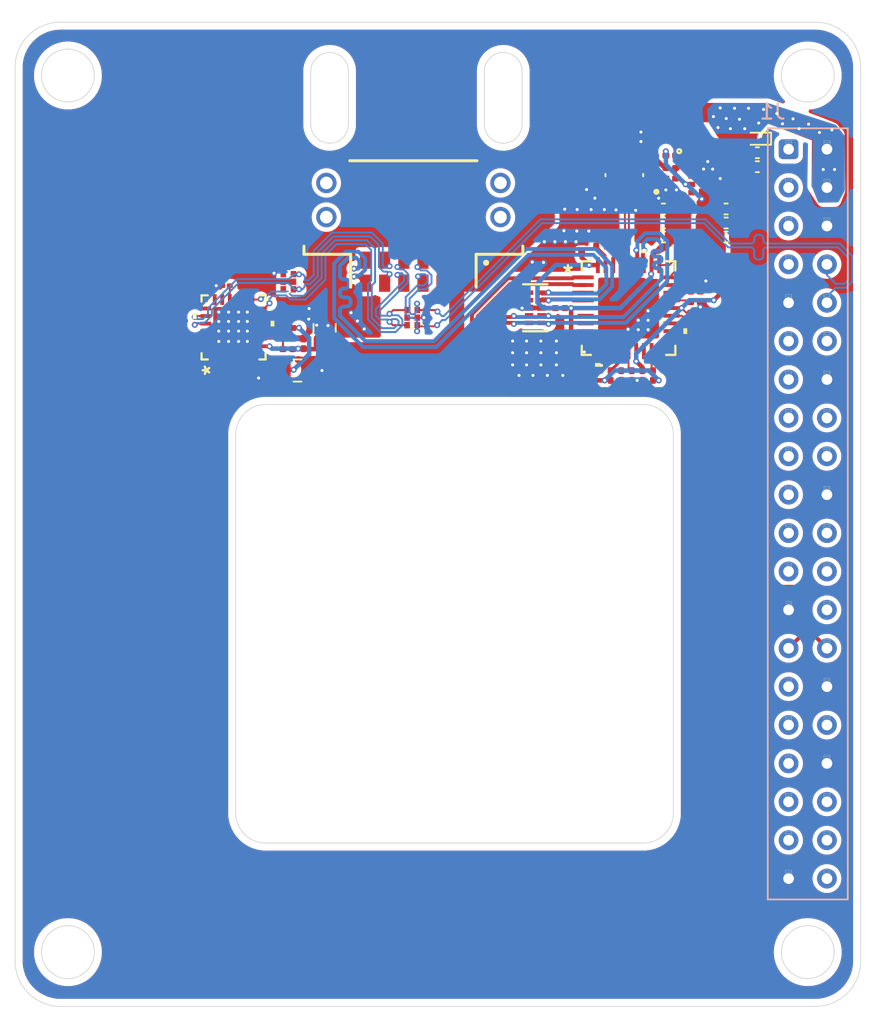
<source format=kicad_pcb>
(kicad_pcb (version 20240108) (generator "pcbnew") (generator_version "8.0")
  (layers (0 "F.Cu" signal) (31 "B.Cu" signal) (34 "B.Paste" user) (35 "F.Paste" user) (36 "B.SilkS" user "B.Silkscreen") (37 "F.SilkS" user "F.Silkscreen") (38 "B.Mask" user) (39 "F.Mask" user) (44 "Edge.Cuts" user))
  (net 0 "")
  (net 1 "VDD")
  (net 2 "GND")
  (net 3 "Net-(U1-*RST)")
  (net 4 "Net-(U1-NC{slash}DCD_ECI{slash}VPP)")
  (net 5 "+5V")
  (net 6 "Net-(U3-VCC)")
  (net 9 "Net-(U1-VBUS)")
  (net 47 "Net-(U2-PLLFILT)")
  (net 48 "Net-(U2-RESET_N)")
  (net 49 "XTALOUT")
  (net 50 "XTALIN")
  (net 51 "Net-(U2-CRFILT)")
  (net 52 "+3V3")
  (net 53 "+VDDA33")
  (net 54 "UART_TX_FC")
  (net 55 "UART_TX_ELRS")
  (net 56 "UART_RX_FC")
  (net 57 "UART_RX_ELRS")
  (net 58 "UART_RX_HALOW")
  (net 59 "UART_TX_HALOW")
  (net 60 "D+")
  (net 61 "USB DN")
  (net 63 "D-")
  (net 67 "USB DP")
  (net 68 "Net-(U3-EN)")
  (net 69 "PG")
  (net 70 "Net-(U2-RBIAS)")
  (net 71 "Net-(U2-SUSP_IND{slash}LOCAL_PWR{slash}NON_REM0)")
  (net 72 "Net-(U2-VBUS_DET)")
  (net 73 "Net-(U2-HS_IND{slash}CFG_SEL1)")
  (net 74 "Net-(U2-SCL{slash}SMBCLK{slash}CFG_SEL0)")
  (net 75 "Net-(U2-SDA{slash}SMBDATA{slash}NON_REM1)")
  (net 76 "Net-(U2-OCS_N1)")
  (net 77 "Net-(U2-OCS_N2)")
  (net 92 "USB1_N")
  (net 93 "USB1_P")
  (footprint "Capacitor_SMD:C_0402_1005Metric" (layer "F.Cu") (at 162.5932 85.7128)
    (property "Reference" "C25" (hide yes))
    (property "Value" "10uF")
  )
  (footprint "Capacitor_SMD:C_0201_0603Metric" (layer "F.Cu") (at 151.599 91.3448)
    (property "Reference" "C23" (hide yes))
    (property "Value" "100n")
  )
  (footprint "TPD4EUSB30DQAR:DQA10" (layer "F.Cu") (at 149.95 91.325 180)
    (property "Reference" "D4" (hide yes))
    (property "Value" "TPD4EUSB30DQAR")
  )
  (footprint "BLM15BB221SN1D:IND_BLM15_0402_MUR" (layer "F.Cu") (at 160.5132 84.7878)
    (property "Reference" "L1" (hide yes))
    (property "Value" "BLM15BB221SN1D")
  )
  (footprint "Resistor_SMD:R_0201_0603Metric" (layer "F.Cu") (at 158.925 82.075)
    (property "Reference" "R4" (hide yes))
    (property "Value" "10k")
  )
  (footprint "Capacitor_SMD:C_0402_1005Metric" (layer "F.Cu") (at 158.4382 85.7128 180)
    (property "Reference" "C27" (hide yes))
    (property "Value" "10uF")
  )
  (footprint "Resistor_SMD:R_0201_0603Metric" (layer "F.Cu") (at 160.5639 92.35 180)
    (property "Reference" "R13" (hide yes))
    (property "Value" "10k")
  )
  (footprint "Capacitor_SMD:C_0402_1005Metric" (layer "F.Cu") (at 164.6632 81.0628)
    (property "Reference" "C9" (hide yes))
    (property "Value" "22uF")
  )
  (footprint "Resistor_SMD:R_0201_0603Metric" (layer "F.Cu") (at 160.5639 88.8 180)
    (property "Reference" "R14" (hide yes))
    (property "Value" "100k")
  )
  (footprint "Capacitor_SMD:C_0201_0603Metric" (layer "F.Cu") (at 153.8948 95.482 180)
    (property "Reference" "C22" (hide yes))
    (property "Value" "100n")
  )
  (footprint "PESD3V3L4UF,115:PESD3V3L5UF115" (layer "F.Cu") (at 141.8 91.975 90)
    (property "Reference" "D1" (hide yes))
    (property "Value" "PESD3V3L4UF,115" (hide yes))
  )
  (footprint "Resistor_SMD:R_0201_0603Metric" (layer "F.Cu") (at 154.9448 95.807 -90)
    (property "Reference" "R16" (hide yes))
    (property "Value" "10k")
  )
  (footprint "Resistor_SMD:R_0201_0603Metric" (layer "F.Cu") (at 153.9889 86.925 90)
    (property "Reference" "R8" (hide yes))
    (property "Value" "12k")
  )
  (footprint "Capacitor_SMD:C_0201_0603Metric" (layer "F.Cu") (at 157.85 82.65 90)
    (property "Reference" "C14" (hide yes))
    (property "Value" "18p")
  )
  (footprint "Capacitor_SMD:C_0805_2012Metric" (layer "F.Cu") (at 134.2 95.475)
    (property "Reference" "C2" (hide yes))
    (property "Value" "10u" (hide yes))
  )
  (footprint "Capacitor_SMD:C_0201_0603Metric" (layer "F.Cu") (at 134.61 93.71 90)
    (property "Reference" "C3" (hide yes))
    (property "Value" "100n")
  )
  (footprint "Capacitor_SMD:C_0805_2012Metric" (layer "F.Cu") (at 136 92.65 90)
    (property "Reference" "C4" (hide yes))
    (property "Value" "10u")
  )
  (footprint "Capacitor_SMD:C_0402_1005Metric" (layer "F.Cu") (at 162.5882 86.6378)
    (property "Reference" "C24" (hide yes))
    (property "Value" "10uF")
  )
  (footprint "Capacitor_SMD:C_0201_0603Metric" (layer "F.Cu") (at 156.3448 95.807 90)
    (property "Reference" "C17" (hide yes))
    (property "Value" "10nF")
  )
  (footprint "Resistor_SMD:R_0201_0603Metric" (layer "F.Cu") (at 157.7448 95.807 -90)
    (property "Reference" "R17" (hide yes))
    (property "Value" "10k")
  )
  (footprint "L327S240P11L:XTAL_TSX-3225_40.0000MF20X-K0" (layer "F.Cu") (at 155.85 82.55 180)
    (property "Reference" "Y1" (hide yes))
    (property "Value" "24MHz" (hide yes))
  )
  (footprint "Capacitor_SMD:C_0201_0603Metric" (layer "F.Cu") (at 152.704 87.6948)
    (property "Reference" "C21" (hide yes))
    (property "Value" "100n")
  )
  (footprint "Capacitor_SMD:C_0201_0603Metric" (layer "F.Cu") (at 157.0448 95.807 90)
    (property "Reference" "C19" (hide yes))
    (property "Value" "100n")
  )
  (footprint "Diode_SMD:D_SOD-923" (layer "F.Cu") (at 164.7082 80.1378 180)
    (property "Reference" "D3" (hide yes))
    (property "Value" "ESD9B5.0ST5G")
  )
  (footprint "Capacitor_SMD:C_01005_0402Metric" (layer "F.Cu") (at 129.47 89.86 180)
    (property "Reference" "C6" (hide yes))
    (property "Value" "4.7u")
  )
  (footprint "Capacitor_SMD:C_0201_0603Metric" (layer "F.Cu") (at 160.5639 91.65 180)
    (property "Reference" "C18" (hide yes))
    (property "Value" "100n")
  )
  (footprint "CP2105_F01_GM:QFN36_6X6MC_MCH" (layer "F.Cu") (at 156.1302 91.343)
    (property "Reference" "U2" (hide yes))
    (property "Value" "USB2512BI-AEZG")
  )
  (footprint "Resistor_SMD:R_0201_0603Metric" (layer "F.Cu") (at 155.775 80)
    (property "Reference" "R15" (hide yes))
    (property "Value" "1M")
  )
  (footprint "FS1703-3300-AS:P11F1_TDK" (layer "F.Cu") (at 161.6632 82.3378)
    (property "Reference" "U3" (hide yes))
    (property "Value" "FS1703-3300-AS")
  )
  (footprint "Capacitor_SMD:C_0201_0603Metric" (layer "F.Cu") (at 160.5639 89.55)
    (property "Reference" "C13" (hide yes))
    (property "Value" "220n")
  )
  (footprint "Capacitor_SMD:C_0201_0603Metric" (layer "F.Cu") (at 155.6448 95.807 90)
    (property "Reference" "C16" (hide yes))
    (property "Value" "100n")
  )
  (footprint "Resistor_SMD:R_0201_0603Metric" (layer "F.Cu") (at 158.925 82.775 180)
    (property "Reference" "R5" (hide yes))
    (property "Value" "20k")
  )
  (footprint "CP2105:QFN24_4X4_SIL-L" (layer "F.Cu") (at 129.97 92.6215 90)
    (property "Reference" "U1" (hide yes))
    (property "Value" "CP2105-F01-GM" (hide yes))
  )
  (footprint "Capacitor_SMD:C_0402_1005Metric" (layer "F.Cu") (at 162.5882 84.7878)
    (property "Reference" "C7" (hide yes))
    (property "Value" "22uF")
  )
  (footprint "Resistor_SMD:R_0201_0603Metric" (layer "F.Cu") (at 158.925 81.25)
    (property "Reference" "R6" (hide yes))
    (property "Value" "49.9k")
  )
  (footprint "Capacitor_SMD:C_0201_0603Metric" (layer "F.Cu") (at 165.0132 83.1628 90)
    (property "Reference" "C8" (hide yes))
    (property "Value" "100n")
  )
  (footprint "Capacitor_SMD:C_0201_0603Metric" (layer "F.Cu") (at 154.6889 86.925 -90)
    (property "Reference" "C12" (hide yes))
    (property "Value" "10nF")
  )
  (footprint "Capacitor_SMD:C_0402_1005Metric" (layer "F.Cu") (at 158.4382 84.7878 180)
    (property "Reference" "C26" (hide yes))
    (property "Value" "10uF")
  )
  (footprint "Capacitor_SMD:C_0402_1005Metric" (layer "F.Cu") (at 164.6632 81.9878)
    (property "Reference" "C10" (hide yes))
    (property "Value" "22uF")
  )
  (footprint "Resistor_SMD:R_0201_0603Metric" (layer "F.Cu") (at 133.56 94.06 180)
    (property "Reference" "R1" (hide yes))
    (property "Value" "24k" (hide yes))
  )
  (footprint "Resistor_SMD:R_0201_0603Metric" (layer "F.Cu") (at 160.5639 90.95 180)
    (property "Reference" "R12" (hide yes))
    (property "Value" "100k")
  )
  (footprint "Resistor_SMD:R_0201_0603Metric" (layer "F.Cu") (at 133.58 92.66 180)
    (property "Reference" "R3" (hide yes))
    (property "Value" "4.3k")
  )
  (footprint "Resistor_SMD:R_0201_0603Metric" (layer "F.Cu") (at 164.3132 83.1628 -90)
    (property "Reference" "R7" (hide yes))
    (property "Value" "2.7R")
  )
  (footprint "Capacitor_SMD:C_0201_0603Metric" (layer "F.Cu") (at 155.3889 86.95 -90)
    (property "Reference" "C11" (hide yes))
    (property "Value" "100n")
  )
  (footprint "PESD3V3L4UF,115:PESD3V3L5UF115" (layer "F.Cu") (at 133.6 89.6 90)
    (property "Reference" "D2" (hide yes))
    (property "Value" "PESD3V3L4UF,115" (hide yes))
  )
  (footprint "Resistor_SMD:R_0201_0603Metric" (layer "F.Cu") (at 160.5639 90.25 180)
    (property "Reference" "R11" (hide yes))
    (property "Value" "10k")
  )
  (footprint "Resistor_SMD:R_0201_0603Metric" (layer "F.Cu") (at 160.425 87 -90)
    (property "Reference" "R10" (hide yes))
    (property "Value" "10k")
  )
  (footprint "Capacitor_SMD:C_0201_0603Metric" (layer "F.Cu") (at 153.875 82.625 -90)
    (property "Reference" "C15" (hide yes))
    (property "Value" "18p")
  )
  (footprint "Capacitor_SMD:C_0201_0603Metric" (layer "F.Cu") (at 131.225 95.65 -90)
    (property "Reference" "C1" (hide yes))
    (property "Value" "100n" (hide yes))
  )
  (footprint "Resistor_SMD:R_0201_0603Metric" (layer "F.Cu") (at 159.725 87 -90)
    (property "Reference" "R9" (hide yes))
    (property "Value" "10k")
  )
  (footprint "Resistor_SMD:R_0201_0603Metric" (layer "F.Cu") (at 133.56 93.36 180)
    (property "Reference" "R2" (hide yes))
    (property "Value" "47k")
  )
  (footprint "Capacitor_SMD:C_0201_0603Metric" (layer "F.Cu") (at 133.585 91.935)
    (property "Reference" "C5" (hide yes))
    (property "Value" "100n")
  )
  (footprint "TFM-106-02-L-DH-TR:SAMTEC_TFM-106-02-L-DH-TR" (layer "F.Cu") (at 141.88 81.595)
    (property "Reference" "J2" (hide yes))
    (property "Value" "TFM-106-02-L-DH-TR" (hide yes))
  )
  (footprint "Capacitor_SMD:C_0402_1005Metric" (layer "F.Cu") (at 158.4382 86.6378 180)
    (property "Reference" "C28" (hide yes))
    (property "Value" "10uF")
  )
  (footprint "Connector_Samtec_HLE_THT:Samtec_HLE-120-02-xx-DV-TE_2x20_P2.54mm_Horizontal" (layer "B.Cu") (at 166.73 80.83 -90)
    (property "Reference" "J1")
    (property "Value" "Conn_02x10_Odd_Even" (hide yes))
  )
  (gr_line (start 169.06592 120.911785) (end 169.47232 120.911785) (stroke (width 0.0127)) (layer "F.SilkS"))
  (gr_line (start 169.06592 88.501385) (end 169.06592 88.374385) (stroke (width 0.0127)) (layer "F.SilkS"))
  (gr_line (start 166.52592 82.938785) (end 166.52592 82.811785) (stroke (width 0.0127)) (layer "F.SilkS"))
  (gr_line (start 169.06592 80.754385) (end 169.47232 80.754385) (stroke (width 0.0127)) (layer "F.SilkS"))
  (gr_line (start 169.06592 113.901385) (end 169.47232 113.901385) (stroke (width 0.0127)) (layer "F.SilkS"))
  (gr_line (start 166.93232 121.521385) (end 166.93232 121.394385) (stroke (width 0.0127)) (layer "F.SilkS"))
  (gr_line (start 166.93232 105.798785) (end 166.93232 105.671785) (stroke (width 0.0127)) (layer "F.SilkS"))
  (gr_line (start 169.06592 101.074385) (end 169.47232 101.074385) (stroke (width 0.0127)) (layer "F.SilkS"))
  (gr_line (start 166.93232 101.201385) (end 166.93232 101.074385) (stroke (width 0.0127)) (layer "F.SilkS"))
  (gr_line (start 166.52592 103.258785) (end 166.52592 103.131785) (stroke (width 0.0127)) (layer "F.SilkS"))
  (gr_line (start 169.06592 88.374385) (end 169.47232 88.374385) (stroke (width 0.0127)) (layer "F.SilkS"))
  (gr_line (start 169.06592 108.338785) (end 169.47232 108.338785) (stroke (width 0.0127)) (layer "F.SilkS"))
  (gr_line (start 169.47232 115.958785) (end 169.47232 115.831785) (stroke (width 0.0127)) (layer "F.SilkS"))
  (gr_line (start 166.52592 82.811785) (end 166.93232 82.811785) (stroke (width 0.0127)) (layer "F.SilkS"))
  (gr_line (start 169.06592 85.834385) (end 169.47232 85.834385) (stroke (width 0.0127)) (layer "F.SilkS"))
  (gr_line (start 166.52592 80.398785) (end 166.93232 80.398785) (stroke (width 0.0127)) (layer "F.SilkS"))
  (gr_line (start 166.93232 88.374385) (end 166.93232 88.018785) (stroke (width 0.0127)) (layer "F.SilkS"))
  (gr_line (start 166.93232 93.454385) (end 166.93232 93.098785) (stroke (width 0.0127)) (layer "F.SilkS"))
  (gr_line (start 169.06592 88.501385) (end 169.47232 88.501385) (stroke (width 0.0127)) (layer "F.SilkS"))
  (gr_line (start 166.52592 128.658785) (end 166.52592 128.531785) (stroke (width 0.0127)) (layer "F.SilkS"))
  (gr_line (start 166.52592 98.178785) (end 166.52592 98.051785) (stroke (width 0.0127)) (layer "F.SilkS"))
  (gr_line (start 169.47232 103.741385) (end 169.47232 103.614385) (stroke (width 0.0127)) (layer "F.SilkS"))
  (gr_line (start 166.52592 95.638785) (end 166.52592 95.511785) (stroke (width 0.0127)) (layer "F.SilkS"))
  (gr_line (start 169.06592 126.474385) (end 169.47232 126.474385) (stroke (width 0.0127)) (layer "F.SilkS"))
  (gr_line (start 166.52592 85.961385) (end 166.93232 85.961385) (stroke (width 0.0127)) (layer "F.SilkS"))
  (gr_line (start 166.93232 80.754385) (end 166.93232 80.398785) (stroke (width 0.0127)) (layer "F.SilkS"))
  (gr_line (start 166.52592 118.498785) (end 166.52592 118.371785) (stroke (width 0.0127)) (layer "F.SilkS"))
  (gr_line (start 169.06592 108.694385) (end 169.47232 108.694385) (stroke (width 0.0127)) (layer "F.SilkS"))
  (gr_line (start 166.52592 91.041385) (end 166.93232 91.041385) (stroke (width 0.0127)) (layer "F.SilkS"))
  (gr_line (start 169.06592 111.361385) (end 169.47232 111.361385) (stroke (width 0.0127)) (layer "F.SilkS"))
  (gr_line (start 169.06592 80.881385) (end 169.06592 80.754385) (stroke (width 0.0127)) (layer "F.SilkS"))
  (gr_line (start 169.06592 93.454385) (end 169.06592 93.098785) (stroke (width 0.0127)) (layer "F.SilkS"))
  (gr_line (start 169.06592 88.018785) (end 169.06592 87.891785) (stroke (width 0.0127)) (layer "F.SilkS"))
  (gr_line (start 166.93232 91.041385) (end 166.93232 90.914385) (stroke (width 0.0127)) (layer "F.SilkS"))
  (gr_line (start 166.52592 98.661385) (end 166.52592 98.534385) (stroke (width 0.0127)) (layer "F.SilkS"))
  (gr_line (start 169.47232 83.294385) (end 169.47232 82.938785) (stroke (width 0.0127)) (layer "F.SilkS"))
  (gr_line (start 169.47232 85.834385) (end 169.47232 85.478785) (stroke (width 0.0127)) (layer "F.SilkS"))
  (gr_line (start 169.06592 118.981385) (end 169.47232 118.981385) (stroke (width 0.0127)) (layer "F.SilkS"))
  (gr_line (start 169.06592 115.958785) (end 169.06592 115.831785) (stroke (width 0.0127)) (layer "F.SilkS"))
  (gr_line (start 169.06592 108.211785) (end 169.47232 108.211785) (stroke (width 0.0127)) (layer "F.SilkS"))
  (gr_line (start 166.93232 106.281385) (end 166.93232 106.154385) (stroke (width 0.0127)) (layer "F.SilkS"))
  (gr_line (start 169.47232 116.314385) (end 169.47232 115.958785) (stroke (width 0.0127)) (layer "F.SilkS"))
  (gr_line (start 166.52592 91.041385) (end 166.52592 90.914385) (stroke (width 0.0127)) (layer "F.SilkS"))
  (gr_line (start 166.52592 125.991785) (end 166.93232 125.991785) (stroke (width 0.0127)) (layer "F.SilkS"))
  (gr_line (start 169.06592 116.314385) (end 169.06592 115.958785) (stroke (width 0.0127)) (layer "F.SilkS"))
  (gr_line (start 166.52592 126.474385) (end 166.52592 126.118785) (stroke (width 0.0127)) (layer "F.SilkS"))
  (gr_line (start 169.06592 103.614385) (end 169.06592 103.258785) (stroke (width 0.0127)) (layer "F.SilkS"))
  (gr_line (start 166.93232 129.014385) (end 166.93232 128.658785) (stroke (width 0.0127)) (layer "F.SilkS"))
  (gr_line (start 166.52592 103.614385) (end 166.93232 103.614385) (stroke (width 0.0127)) (layer "F.SilkS"))
  (gr_circle (center 166.73 80.58) (end 166.73 80.57) (stroke (width 0.1)) (fill none) (layer "F.SilkS"))
  (gr_line (start 169.06592 91.041385) (end 169.06592 90.914385) (stroke (width 0.0127)) (layer "F.SilkS"))
  (gr_line (start 166.93232 118.981385) (end 166.93232 118.854385) (stroke (width 0.0127)) (layer "F.SilkS"))
  (gr_line (start 169.06592 129.014385) (end 169.47232 129.014385) (stroke (width 0.0127)) (layer "F.SilkS"))
  (gr_line (start 169.06592 105.798785) (end 169.06592 105.671785) (stroke (width 0.0127)) (layer "F.SilkS"))
  (gr_line (start 166.52592 118.854385) (end 166.93232 118.854385) (stroke (width 0.0127)) (layer "F.SilkS"))
  (gr_line (start 169.06592 80.398785) (end 169.06592 80.271785) (stroke (width 0.0127)) (layer "F.SilkS"))
  (gr_line (start 166.52592 90.431785) (end 166.93232 90.431785) (stroke (width 0.0127)) (layer "F.SilkS"))
  (gr_line (start 169.06592 116.314385) (end 169.47232 116.314385) (stroke (width 0.0127)) (layer "F.SilkS"))
  (gr_line (start 169.06592 85.961385) (end 169.47232 85.961385) (stroke (width 0.0127)) (layer "F.SilkS"))
  (gr_line (start 169.47232 121.521385) (end 169.47232 121.394385) (stroke (width 0.0127)) (layer "F.SilkS"))
  (gr_line (start 166.93232 116.314385) (end 166.93232 115.958785) (stroke (width 0.0127)) (layer "F.SilkS"))
  (gr_line (start 166.52592 96.121385) (end 166.93232 96.121385) (stroke (width 0.0127)) (layer "F.SilkS"))
  (gr_line (start 169.06592 88.018785) (end 169.47232 88.018785) (stroke (width 0.0127)) (layer "F.SilkS"))
  (gr_line (start 166.52592 83.294385) (end 166.93232 83.294385) (stroke (width 0.0127)) (layer "F.SilkS"))
  (gr_line (start 166.52592 121.038785) (end 166.52592 120.911785) (stroke (width 0.0127)) (layer "F.SilkS"))
  (gr_line (start 169.47232 83.421385) (end 169.47232 83.294385) (stroke (width 0.0127)) (layer "F.SilkS"))
  (gr_line (start 169.47232 113.774385) (end 169.47232 113.418785) (stroke (width 0.0127)) (layer "F.SilkS"))
  (gr_line (start 169.06592 118.371785) (end 169.47232 118.371785) (stroke (width 0.0127)) (layer "F.SilkS"))
  (gr_line (start 169.06592 85.961385) (end 169.06592 85.834385) (stroke (width 0.0127)) (layer "F.SilkS"))
  (gr_line (start 169.06592 82.938785) (end 169.06592 82.811785) (stroke (width 0.0127)) (layer "F.SilkS"))
  (gr_line (start 169.47232 128.658785) (end 169.47232 128.531785) (stroke (width 0.0127)) (layer "F.SilkS"))
  (gr_line (start 169.47232 118.498785) (end 169.47232 118.371785) (stroke (width 0.0127)) (layer "F.SilkS"))
  (gr_line (start 169.47232 93.098785) (end 169.47232 92.971785) (stroke (width 0.0127)) (layer "F.SilkS"))
  (gr_line (start 169.06592 103.741385) (end 169.47232 103.741385) (stroke (width 0.0127)) (layer "F.SilkS"))
  (gr_line (start 169.47232 103.614385) (end 169.47232 103.258785) (stroke (width 0.0127)) (layer "F.SilkS"))
  (gr_line (start 166.52592 126.118785) (end 166.52592 125.991785) (stroke (width 0.0127)) (layer "F.SilkS"))
  (gr_line (start 169.47232 121.394385) (end 169.47232 121.038785) (stroke (width 0.0127)) (layer "F.SilkS"))
  (gr_line (start 166.93232 90.558785) (end 166.93232 90.431785) (stroke (width 0.0127)) (layer "F.SilkS"))
  (gr_line (start 169.06592 92.971785) (end 169.47232 92.971785) (stroke (width 0.0127)) (layer "F.SilkS"))
  (gr_line (start 166.52592 93.454385) (end 166.52592 93.098785) (stroke (width 0.0127)) (layer "F.SilkS"))
  (gr_line (start 166.93232 126.474385) (end 166.93232 126.118785) (stroke (width 0.0127)) (layer "F.SilkS"))
  (gr_line (start 166.93232 96.121385) (end 166.93232 95.994385) (stroke (width 0.0127)) (layer "F.SilkS"))
  (gr_line (start 166.93232 111.234385) (end 166.93232 110.878785) (stroke (width 0.0127)) (layer "F.SilkS"))
  (gr_line (start 169.06592 80.881385) (end 169.47232 80.881385) (stroke (width 0.0127)) (layer "F.SilkS"))
  (gr_line (start 166.52592 95.994385) (end 166.52592 95.638785) (stroke (width 0.0127)) (layer "F.SilkS"))
  (gr_line (start 169.47232 126.474385) (end 169.47232 126.118785) (stroke (width 0.0127)) (layer "F.SilkS"))
  (gr_line (start 169.47232 80.398785) (end 169.47232 80.271785) (stroke (width 0.0127)) (layer "F.SilkS"))
  (gr_line (start 166.93232 121.038785) (end 166.93232 120.911785) (stroke (width 0.0127)) (layer "F.SilkS"))
  (gr_line (start 169.06592 128.658785) (end 169.47232 128.658785) (stroke (width 0.0127)) (layer "F.SilkS"))
  (gr_line (start 169.47232 113.418785) (end 169.47232 113.291785) (stroke (width 0.0127)) (layer "F.SilkS"))
  (gr_line (start 169.06592 126.118785) (end 169.47232 126.118785) (stroke (width 0.0127)) (layer "F.SilkS"))
  (gr_line (start 169.06592 103.614385) (end 169.47232 103.614385) (stroke (width 0.0127)) (layer "F.SilkS"))
  (gr_line (start 166.93232 93.098785) (end 166.93232 92.971785) (stroke (width 0.0127)) (layer "F.SilkS"))
  (gr_line (start 166.52592 93.098785) (end 166.52592 92.971785) (stroke (width 0.0127)) (layer "F.SilkS"))
  (gr_line (start 169.47232 118.854385) (end 169.47232 118.498785) (stroke (width 0.0127)) (layer "F.SilkS"))
  (gr_line (start 166.52592 111.234385) (end 166.93232 111.234385) (stroke (width 0.0127)) (layer "F.SilkS"))
  (gr_line (start 169.47232 85.478785) (end 169.47232 85.351785) (stroke (width 0.0127)) (layer "F.SilkS"))
  (gr_line (start 166.52592 118.981385) (end 166.52592 118.854385) (stroke (width 0.0127)) (layer "F.SilkS"))
  (gr_line (start 166.52592 124.061385) (end 166.93232 124.061385) (stroke (width 0.0127)) (layer "F.SilkS"))
  (gr_line (start 169.47232 88.501385) (end 169.47232 88.374385) (stroke (width 0.0127)) (layer "F.SilkS"))
  (gr_line (start 169.47232 101.201385) (end 169.47232 101.074385) (stroke (width 0.0127)) (layer "F.SilkS"))
  (gr_line (start 169.47232 106.281385) (end 169.47232 106.154385) (stroke (width 0.0127)) (layer "F.SilkS"))
  (gr_line (start 166.52592 126.601385) (end 166.93232 126.601385) (stroke (width 0.0127)) (layer "F.SilkS"))
  (gr_line (start 169.47232 90.558785) (end 169.47232 90.431785) (stroke (width 0.0127)) (layer "F.SilkS"))
  (gr_line (start 166.93232 85.834385) (end 166.93232 85.478785) (stroke (width 0.0127)) (layer "F.SilkS"))
  (gr_line (start 166.52592 90.914385) (end 166.93232 90.914385) (stroke (width 0.0127)) (layer "F.SilkS"))
  (gr_line (start 166.52592 88.018785) (end 166.93232 88.018785) (stroke (width 0.0127)) (layer "F.SilkS"))
  (gr_line (start 166.52592 85.961385) (end 166.52592 85.834385) (stroke (width 0.0127)) (layer "F.SilkS"))
  (gr_line (start 169.47232 80.881385) (end 169.47232 80.754385) (stroke (width 0.0127)) (layer "F.SilkS"))
  (gr_line (start 169.06592 83.294385) (end 169.06592 82.938785) (stroke (width 0.0127)) (layer "F.SilkS"))
  (gr_line (start 166.52592 100.718785) (end 166.93232 100.718785) (stroke (width 0.0127)) (layer "F.SilkS"))
  (gr_line (start 169.06592 90.914385) (end 169.47232 90.914385) (stroke (width 0.0127)) (layer "F.SilkS"))
  (gr_line (start 169.06592 129.141385) (end 169.47232 129.141385) (stroke (width 0.0127)) (layer "F.SilkS"))
  (gr_line (start 166.93232 115.958785) (end 166.93232 115.831785) (stroke (width 0.0127)) (layer "F.SilkS"))
  (gr_line (start 169.47232 93.581385) (end 169.47232 93.454385) (stroke (width 0.0127)) (layer "F.SilkS"))
  (gr_line (start 166.52592 80.754385) (end 166.93232 80.754385) (stroke (width 0.0127)) (layer "F.SilkS"))
  (gr_line (start 169.47232 111.361385) (end 169.47232 111.234385) (stroke (width 0.0127)) (layer "F.SilkS"))
  (gr_line (start 166.52592 105.671785) (end 166.93232 105.671785) (stroke (width 0.0127)) (layer "F.SilkS"))
  (gr_line (start 166.93232 85.961385) (end 166.93232 85.834385) (stroke (width 0.0127)) (layer "F.SilkS"))
  (gr_line (start 166.52592 82.938785) (end 166.93232 82.938785) (stroke (width 0.0127)) (layer "F.SilkS"))
  (gr_line (start 166.52592 85.478785) (end 166.52592 85.351785) (stroke (width 0.0127)) (layer "F.SilkS"))
  (gr_line (start 169.47232 82.938785) (end 169.47232 82.811785) (stroke (width 0.0127)) (layer "F.SilkS"))
  (gr_line (start 169.47232 108.821385) (end 169.47232 108.694385) (stroke (width 0.0127)) (layer "F.SilkS"))
  (gr_line (start 166.93232 108.821385) (end 166.93232 108.694385) (stroke (width 0.0127)) (layer "F.SilkS"))
  (gr_line (start 169.06592 126.474385) (end 169.06592 126.118785) (stroke (width 0.0127)) (layer "F.SilkS"))
  (gr_line (start 166.52592 103.258785) (end 166.93232 103.258785) (stroke (width 0.0127)) (layer "F.SilkS"))
  (gr_line (start 166.52592 85.478785) (end 166.93232 85.478785) (stroke (width 0.0127)) (layer "F.SilkS"))
  (gr_line (start 169.06592 82.938785) (end 169.47232 82.938785) (stroke (width 0.0127)) (layer "F.SilkS"))
  (gr_line (start 166.52592 118.854385) (end 166.52592 118.498785) (stroke (width 0.0127)) (layer "F.SilkS"))
  (gr_line (start 166.93232 118.498785) (end 166.93232 118.371785) (stroke (width 0.0127)) (layer "F.SilkS"))
  (gr_line (start 169.06592 106.154385) (end 169.06592 105.798785) (stroke (width 0.0127)) (layer "F.SilkS"))
  (gr_line (start 169.06592 115.958785) (end 169.47232 115.958785) (stroke (width 0.0127)) (layer "F.SilkS"))
  (gr_line (start 166.52592 121.394385) (end 166.52592 121.038785) (stroke (width 0.0127)) (layer "F.SilkS"))
  (gr_line (start 166.52592 92.971785) (end 166.93232 92.971785) (stroke (width 0.0127)) (layer "F.SilkS"))
  (gr_line (start 166.52592 123.451785) (end 166.93232 123.451785) (stroke (width 0.0127)) (layer "F.SilkS"))
  (gr_line (start 169.06592 93.098785) (end 169.06592 92.971785) (stroke (width 0.0127)) (layer "F.SilkS"))
  (gr_line (start 166.52592 128.531785) (end 166.93232 128.531785) (stroke (width 0.0127)) (layer "F.SilkS"))
  (gr_line (start 169.06592 93.581385) (end 169.06592 93.454385) (stroke (width 0.0127)) (layer "F.SilkS"))
  (gr_line (start 166.52592 101.201385) (end 166.52592 101.074385) (stroke (width 0.0127)) (layer "F.SilkS"))
  (gr_line (start 166.52592 85.351785) (end 166.93232 85.351785) (stroke (width 0.0127)) (layer "F.SilkS"))
  (gr_line (start 166.52592 110.751785) (end 166.93232 110.751785) (stroke (width 0.0127)) (layer "F.SilkS"))
  (gr_line (start 166.52592 93.581385) (end 166.52592 93.454385) (stroke (width 0.0127)) (layer "F.SilkS"))
  (gr_line (start 169.06592 98.534385) (end 169.06592 98.178785) (stroke (width 0.0127)) (layer "F.SilkS"))
  (gr_line (start 169.06592 128.531785) (end 169.47232 128.531785) (stroke (width 0.0127)) (layer "F.SilkS"))
  (gr_line (start 166.93232 103.614385) (end 166.93232 103.258785) (stroke (width 0.0127)) (layer "F.SilkS"))
  (gr_line (start 169.06592 95.638785) (end 169.47232 95.638785) (stroke (width 0.0127)) (layer "F.SilkS"))
  (gr_line (start 166.52592 95.511785) (end 166.93232 95.511785) (stroke (width 0.0127)) (layer "F.SilkS"))
  (gr_line (start 166.52592 118.371785) (end 166.93232 118.371785) (stroke (width 0.0127)) (layer "F.SilkS"))
  (gr_line (start 169.06592 106.154385) (end 169.47232 106.154385) (stroke (width 0.0127)) (layer "F.SilkS"))
  (gr_line (start 169.06592 100.591785) (end 169.47232 100.591785) (stroke (width 0.0127)) (layer "F.SilkS"))
  (gr_line (start 169.06592 113.901385) (end 169.06592 113.774385) (stroke (width 0.0127)) (layer "F.SilkS"))
  (gr_line (start 166.93232 85.478785) (end 166.93232 85.351785) (stroke (width 0.0127)) (layer "F.SilkS"))
  (gr_line (start 166.52592 126.601385) (end 166.52592 126.474385) (stroke (width 0.0127)) (layer "F.SilkS"))
  (gr_line (start 166.93232 126.118785) (end 166.93232 125.991785) (stroke (width 0.0127)) (layer "F.SilkS"))
  (gr_line (start 169.06592 101.201385) (end 169.06592 101.074385) (stroke (width 0.0127)) (layer "F.SilkS"))
  (gr_line (start 166.52592 90.914385) (end 166.52592 90.558785) (stroke (width 0.0127)) (layer "F.SilkS"))
  (gr_line (start 169.06592 98.661385) (end 169.47232 98.661385) (stroke (width 0.0127)) (layer "F.SilkS"))
  (gr_line (start 169.06592 103.258785) (end 169.47232 103.258785) (stroke (width 0.0127)) (layer "F.SilkS"))
  (gr_line (start 169.47232 110.878785) (end 169.47232 110.751785) (stroke (width 0.0127)) (layer "F.SilkS"))
  (gr_line (start 166.52592 96.121385) (end 166.52592 95.994385) (stroke (width 0.0127)) (layer "F.SilkS"))
  (gr_line (start 169.47232 91.041385) (end 169.47232 90.914385) (stroke (width 0.0127)) (layer "F.SilkS"))
  (gr_line (start 169.06592 98.661385) (end 169.06592 98.534385) (stroke (width 0.0127)) (layer "F.SilkS"))
  (gr_line (start 166.52592 93.581385) (end 166.93232 93.581385) (stroke (width 0.0127)) (layer "F.SilkS"))
  (gr_line (start 166.52592 118.981385) (end 166.93232 118.981385) (stroke (width 0.0127)) (layer "F.SilkS"))
  (gr_line (start 166.52592 129.014385) (end 166.93232 129.014385) (stroke (width 0.0127)) (layer "F.SilkS"))
  (gr_line (start 166.93232 95.638785) (end 166.93232 95.511785) (stroke (width 0.0127)) (layer "F.SilkS"))
  (gr_line (start 166.52592 106.281385) (end 166.93232 106.281385) (stroke (width 0.0127)) (layer "F.SilkS"))
  (gr_line (start 169.06592 90.558785) (end 169.47232 90.558785) (stroke (width 0.0127)) (layer "F.SilkS"))
  (gr_line (start 166.52592 126.118785) (end 166.93232 126.118785) (stroke (width 0.0127)) (layer "F.SilkS"))
  (gr_line (start 169.47232 123.578785) (end 169.47232 123.451785) (stroke (width 0.0127)) (layer "F.SilkS"))
  (gr_line (start 166.52592 90.558785) (end 166.52592 90.431785) (stroke (width 0.0127)) (layer "F.SilkS"))
  (gr_line (start 166.93232 90.914385) (end 166.93232 90.558785) (stroke (width 0.0127)) (layer "F.SilkS"))
  (gr_line (start 166.52592 103.614385) (end 166.52592 103.258785) (stroke (width 0.0127)) (layer "F.SilkS"))
  (gr_line (start 169.06592 98.178785) (end 169.06592 98.051785) (stroke (width 0.0127)) (layer "F.SilkS"))
  (gr_line (start 169.06592 126.118785) (end 169.06592 125.991785) (stroke (width 0.0127)) (layer "F.SilkS"))
  (gr_line (start 166.52592 101.074385) (end 166.93232 101.074385) (stroke (width 0.0127)) (layer "F.SilkS"))
  (gr_line (start 166.93232 108.338785) (end 166.93232 108.211785) (stroke (width 0.0127)) (layer "F.SilkS"))
  (gr_line (start 166.52592 108.694385) (end 166.93232 108.694385) (stroke (width 0.0127)) (layer "F.SilkS"))
  (gr_line (start 169.06592 116.441385) (end 169.06592 116.314385) (stroke (width 0.0127)) (layer "F.SilkS"))
  (gr_line (start 166.52592 120.911785) (end 166.93232 120.911785) (stroke (width 0.0127)) (layer "F.SilkS"))
  (gr_line (start 169.47232 85.961385) (end 169.47232 85.834385) (stroke (width 0.0127)) (layer "F.SilkS"))
  (gr_line (start 166.52592 124.061385) (end 166.52592 123.934385) (stroke (width 0.0127)) (layer "F.SilkS"))
  (gr_line (start 166.93232 118.854385) (end 166.93232 118.498785) (stroke (width 0.0127)) (layer "F.SilkS"))
  (gr_line (start 169.06592 121.394385) (end 169.06592 121.038785) (stroke (width 0.0127)) (layer "F.SilkS"))
  (gr_line (start 169.06592 108.338785) (end 169.06592 108.211785) (stroke (width 0.0127)) (layer "F.SilkS"))
  (gr_line (start 166.93232 111.361385) (end 166.93232 111.234385) (stroke (width 0.0127)) (layer "F.SilkS"))
  (gr_line (start 169.47232 93.454385) (end 169.47232 93.098785) (stroke (width 0.0127)) (layer "F.SilkS"))
  (gr_line (start 169.06592 91.041385) (end 169.47232 91.041385) (stroke (width 0.0127)) (layer "F.SilkS"))
  (gr_line (start 166.52592 108.821385) (end 166.93232 108.821385) (stroke (width 0.0127)) (layer "F.SilkS"))
  (gr_line (start 166.52592 88.501385) (end 166.93232 88.501385) (stroke (width 0.0127)) (layer "F.SilkS"))
  (gr_line (start 169.06592 110.878785) (end 169.06592 110.751785) (stroke (width 0.0127)) (layer "F.SilkS"))
  (gr_line (start 169.06592 118.981385) (end 169.06592 118.854385) (stroke (width 0.0127)) (layer "F.SilkS"))
  (gr_line (start 166.52592 87.891785) (end 166.93232 87.891785) (stroke (width 0.0127)) (layer "F.SilkS"))
  (gr_line (start 169.47232 126.601385) (end 169.47232 126.474385) (stroke (width 0.0127)) (layer "F.SilkS"))
  (gr_line (start 169.06592 87.891785) (end 169.47232 87.891785) (stroke (width 0.0127)) (layer "F.SilkS"))
  (gr_line (start 169.47232 124.061385) (end 169.47232 123.934385) (stroke (width 0.0127)) (layer "F.SilkS"))
  (gr_line (start 166.52592 103.741385) (end 166.93232 103.741385) (stroke (width 0.0127)) (layer "F.SilkS"))
  (gr_line (start 169.06592 90.914385) (end 169.06592 90.558785) (stroke (width 0.0127)) (layer "F.SilkS"))
  (gr_line (start 166.52592 103.131785) (end 166.93232 103.131785) (stroke (width 0.0127)) (layer "F.SilkS"))
  (gr_line (start 169.06592 80.398785) (end 169.47232 80.398785) (stroke (width 0.0127)) (layer "F.SilkS"))
  (gr_line (start 166.52592 115.831785) (end 166.93232 115.831785) (stroke (width 0.0127)) (layer "F.SilkS"))
  (gr_line (start 166.52592 121.521385) (end 166.93232 121.521385) (stroke (width 0.0127)) (layer "F.SilkS"))
  (gr_line (start 166.52592 80.398785) (end 166.52592 80.271785) (stroke (width 0.0127)) (layer "F.SilkS"))
  (gr_line (start 166.52592 103.741385) (end 166.52592 103.614385) (stroke (width 0.0127)) (layer "F.SilkS"))
  (gr_line (start 166.93232 98.534385) (end 166.93232 98.178785) (stroke (width 0.0127)) (layer "F.SilkS"))
  (gr_line (start 166.52592 128.658785) (end 166.93232 128.658785) (stroke (width 0.0127)) (layer "F.SilkS"))
  (gr_line (start 169.06592 83.294385) (end 169.47232 83.294385) (stroke (width 0.0127)) (layer "F.SilkS"))
  (gr_line (start 169.06592 103.741385) (end 169.06592 103.614385) (stroke (width 0.0127)) (layer "F.SilkS"))
  (gr_line (start 169.06592 85.834385) (end 169.06592 85.478785) (stroke (width 0.0127)) (layer "F.SilkS"))
  (gr_line (start 169.06592 113.291785) (end 169.47232 113.291785) (stroke (width 0.0127)) (layer "F.SilkS"))
  (gr_line (start 166.52592 98.661385) (end 166.93232 98.661385) (stroke (width 0.0127)) (layer "F.SilkS"))
  (gr_line (start 169.06592 125.991785) (end 169.47232 125.991785) (stroke (width 0.0127)) (layer "F.SilkS"))
  (gr_line (start 169.06592 124.061385) (end 169.06592 123.934385) (stroke (width 0.0127)) (layer "F.SilkS"))
  (gr_line (start 166.52592 123.934385) (end 166.52592 123.578785) (stroke (width 0.0127)) (layer "F.SilkS"))
  (gr_line (start 169.06592 111.234385) (end 169.47232 111.234385) (stroke (width 0.0127)) (layer "F.SilkS"))
  (gr_line (start 169.47232 90.914385) (end 169.47232 90.558785) (stroke (width 0.0127)) (layer "F.SilkS"))
  (gr_line (start 169.06592 100.718785) (end 169.47232 100.718785) (stroke (width 0.0127)) (layer "F.SilkS"))
  (gr_line (start 169.06592 88.374385) (end 169.06592 88.018785) (stroke (width 0.0127)) (layer "F.SilkS"))
  (gr_line (start 169.06592 80.754385) (end 169.06592 80.398785) (stroke (width 0.0127)) (layer "F.SilkS"))
  (gr_line (start 169.06592 108.821385) (end 169.47232 108.821385) (stroke (width 0.0127)) (layer "F.SilkS"))
  (gr_line (start 166.93232 124.061385) (end 166.93232 123.934385) (stroke (width 0.0127)) (layer "F.SilkS"))
  (gr_line (start 169.06592 93.581385) (end 169.47232 93.581385) (stroke (width 0.0127)) (layer "F.SilkS"))
  (gr_line (start 166.93232 103.258785) (end 166.93232 103.131785) (stroke (width 0.0127)) (layer "F.SilkS"))
  (gr_line (start 169.06592 93.454385) (end 169.47232 93.454385) (stroke (width 0.0127)) (layer "F.SilkS"))
  (gr_line (start 169.06592 108.694385) (end 169.06592 108.338785) (stroke (width 0.0127)) (layer "F.SilkS"))
  (gr_line (start 169.06592 123.934385) (end 169.06592 123.578785) (stroke (width 0.0127)) (layer "F.SilkS"))
  (gr_line (start 166.93232 106.154385) (end 166.93232 105.798785) (stroke (width 0.0127)) (layer "F.SilkS"))
  (gr_line (start 169.47232 121.038785) (end 169.47232 120.911785) (stroke (width 0.0127)) (layer "F.SilkS"))
  (gr_line (start 169.06592 110.878785) (end 169.47232 110.878785) (stroke (width 0.0127)) (layer "F.SilkS"))
  (gr_line (start 166.52592 88.501385) (end 166.52592 88.374385) (stroke (width 0.0127)) (layer "F.SilkS"))
  (gr_line (start 166.93232 100.718785) (end 166.93232 100.591785) (stroke (width 0.0127)) (layer "F.SilkS"))
  (gr_line (start 169.06592 118.498785) (end 169.06592 118.371785) (stroke (width 0.0127)) (layer "F.SilkS"))
  (gr_line (start 166.52592 129.141385) (end 166.52592 129.014385) (stroke (width 0.0127)) (layer "F.SilkS"))
  (gr_line (start 169.47232 95.638785) (end 169.47232 95.511785) (stroke (width 0.0127)) (layer "F.SilkS"))
  (gr_line (start 166.93232 108.694385) (end 166.93232 108.338785) (stroke (width 0.0127)) (layer "F.SilkS"))
  (gr_line (start 169.47232 96.121385) (end 169.47232 95.994385) (stroke (width 0.0127)) (layer "F.SilkS"))
  (gr_line (start 169.06592 105.671785) (end 169.47232 105.671785) (stroke (width 0.0127)) (layer "F.SilkS"))
  (gr_line (start 169.06592 118.854385) (end 169.06592 118.498785) (stroke (width 0.0127)) (layer "F.SilkS"))
  (gr_line (start 169.06592 129.014385) (end 169.06592 128.658785) (stroke (width 0.0127)) (layer "F.SilkS"))
  (gr_line (start 169.47232 123.934385) (end 169.47232 123.578785) (stroke (width 0.0127)) (layer "F.SilkS"))
  (gr_line (start 169.06592 118.498785) (end 169.47232 118.498785) (stroke (width 0.0127)) (layer "F.SilkS"))
  (gr_line (start 166.93232 123.578785) (end 166.93232 123.451785) (stroke (width 0.0127)) (layer "F.SilkS"))
  (gr_line (start 169.06592 80.271785) (end 169.47232 80.271785) (stroke (width 0.0127)) (layer "F.SilkS"))
  (gr_line (start 169.06592 98.178785) (end 169.47232 98.178785) (stroke (width 0.0127)) (layer "F.SilkS"))
  (gr_line (start 166.52592 80.754385) (end 166.52592 80.398785) (stroke (width 0.0127)) (layer "F.SilkS"))
  (gr_line (start 169.06592 85.351785) (end 169.47232 85.351785) (stroke (width 0.0127)) (layer "F.SilkS"))
  (gr_line (start 169.06592 98.051785) (end 169.47232 98.051785) (stroke (width 0.0127)) (layer "F.SilkS"))
  (gr_line (start 169.06592 121.038785) (end 169.06592 120.911785) (stroke (width 0.0127)) (layer "F.SilkS"))
  (gr_line (start 169.47232 118.981385) (end 169.47232 118.854385) (stroke (width 0.0127)) (layer "F.SilkS"))
  (gr_line (start 166.93232 116.441385) (end 166.93232 116.314385) (stroke (width 0.0127)) (layer "F.SilkS"))
  (gr_line (start 169.06592 123.451785) (end 169.47232 123.451785) (stroke (width 0.0127)) (layer "F.SilkS"))
  (gr_line (start 166.52592 100.591785) (end 166.93232 100.591785) (stroke (width 0.0127)) (layer "F.SilkS"))
  (gr_line (start 166.93232 83.294385) (end 166.93232 82.938785) (stroke (width 0.0127)) (layer "F.SilkS"))
  (gr_line (start 166.52592 80.881385) (end 166.93232 80.881385) (stroke (width 0.0127)) (layer "F.SilkS"))
  (gr_line (start 166.93232 129.141385) (end 166.93232 129.014385) (stroke (width 0.0127)) (layer "F.SilkS"))
  (gr_line (start 166.93232 103.741385) (end 166.93232 103.614385) (stroke (width 0.0127)) (layer "F.SilkS"))
  (gr_line (start 169.47232 105.798785) (end 169.47232 105.671785) (stroke (width 0.0127)) (layer "F.SilkS"))
  (gr_line (start 166.52592 100.718785) (end 166.52592 100.591785) (stroke (width 0.0127)) (layer "F.SilkS"))
  (gr_line (start 166.52592 105.798785) (end 166.52592 105.671785) (stroke (width 0.0127)) (layer "F.SilkS"))
  (gr_line (start 169.06592 90.558785) (end 169.06592 90.431785) (stroke (width 0.0127)) (layer "F.SilkS"))
  (gr_line (start 166.93232 83.421385) (end 166.93232 83.294385) (stroke (width 0.0127)) (layer "F.SilkS"))
  (gr_line (start 166.52592 83.421385) (end 166.93232 83.421385) (stroke (width 0.0127)) (layer "F.SilkS"))
  (gr_line (start 169.06592 116.441385) (end 169.47232 116.441385) (stroke (width 0.0127)) (layer "F.SilkS"))
  (gr_line (start 166.93232 95.994385) (end 166.93232 95.638785) (stroke (width 0.0127)) (layer "F.SilkS"))
  (gr_line (start 169.06592 85.478785) (end 169.47232 85.478785) (stroke (width 0.0127)) (layer "F.SilkS"))
  (gr_line (start 169.06592 96.121385) (end 169.47232 96.121385) (stroke (width 0.0127)) (layer "F.SilkS"))
  (gr_line (start 166.52592 123.578785) (end 166.93232 123.578785) (stroke (width 0.0127)) (layer "F.SilkS"))
  (gr_line (start 169.06592 123.578785) (end 169.47232 123.578785) (stroke (width 0.0127)) (layer "F.SilkS"))
  (gr_line (start 166.52592 98.178785) (end 166.93232 98.178785) (stroke (width 0.0127)) (layer "F.SilkS"))
  (gr_line (start 169.47232 129.141385) (end 169.47232 129.014385) (stroke (width 0.0127)) (layer "F.SilkS"))
  (gr_line (start 166.52592 80.881385) (end 166.52592 80.754385) (stroke (width 0.0127)) (layer "F.SilkS"))
  (gr_line (start 169.06592 83.421385) (end 169.47232 83.421385) (stroke (width 0.0127)) (layer "F.SilkS"))
  (gr_line (start 169.47232 111.234385) (end 169.47232 110.878785) (stroke (width 0.0127)) (layer "F.SilkS"))
  (gr_line (start 166.52592 105.798785) (end 166.93232 105.798785) (stroke (width 0.0127)) (layer "F.SilkS"))
  (gr_line (start 166.52592 116.314385) (end 166.93232 116.314385) (stroke (width 0.0127)) (layer "F.SilkS"))
  (gr_line (start 166.93232 88.501385) (end 166.93232 88.374385) (stroke (width 0.0127)) (layer "F.SilkS"))
  (gr_line (start 169.06592 128.658785) (end 169.06592 128.531785) (stroke (width 0.0127)) (layer "F.SilkS"))
  (gr_line (start 169.47232 100.718785) (end 169.47232 100.591785) (stroke (width 0.0127)) (layer "F.SilkS"))
  (gr_line (start 166.52592 123.934385) (end 166.93232 123.934385) (stroke (width 0.0127)) (layer "F.SilkS"))
  (gr_line (start 169.47232 98.178785) (end 169.47232 98.051785) (stroke (width 0.0127)) (layer "F.SilkS"))
  (gr_line (start 169.06592 96.121385) (end 169.06592 95.994385) (stroke (width 0.0127)) (layer "F.SilkS"))
  (gr_line (start 169.47232 103.258785) (end 169.47232 103.131785) (stroke (width 0.0127)) (layer "F.SilkS"))
  (gr_line (start 166.93232 80.398785) (end 166.93232 80.271785) (stroke (width 0.0127)) (layer "F.SilkS"))
  (gr_line (start 166.52592 90.558785) (end 166.93232 90.558785) (stroke (width 0.0127)) (layer "F.SilkS"))
  (gr_line (start 169.06592 90.431785) (end 169.47232 90.431785) (stroke (width 0.0127)) (layer "F.SilkS"))
  (gr_line (start 166.52592 108.211785) (end 166.93232 108.211785) (stroke (width 0.0127)) (layer "F.SilkS"))
  (gr_line (start 169.06592 85.478785) (end 169.06592 85.351785) (stroke (width 0.0127)) (layer "F.SilkS"))
  (gr_line (start 169.06592 126.601385) (end 169.47232 126.601385) (stroke (width 0.0127)) (layer "F.SilkS"))
  (gr_line (start 169.47232 80.754385) (end 169.47232 80.398785) (stroke (width 0.0127)) (layer "F.SilkS"))
  (gr_line (start 166.93232 121.394385) (end 166.93232 121.038785) (stroke (width 0.0127)) (layer "F.SilkS"))
  (gr_line (start 169.06592 113.774385) (end 169.47232 113.774385) (stroke (width 0.0127)) (layer "F.SilkS"))
  (gr_line (start 166.52592 111.361385) (end 166.93232 111.361385) (stroke (width 0.0127)) (layer "F.SilkS"))
  (gr_line (start 169.06592 121.521385) (end 169.47232 121.521385) (stroke (width 0.0127)) (layer "F.SilkS"))
  (gr_line (start 169.47232 95.994385) (end 169.47232 95.638785) (stroke (width 0.0127)) (layer "F.SilkS"))
  (gr_line (start 169.06592 113.418785) (end 169.47232 113.418785) (stroke (width 0.0127)) (layer "F.SilkS"))
  (gr_line (start 169.47232 98.661385) (end 169.47232 98.534385) (stroke (width 0.0127)) (layer "F.SilkS"))
  (gr_line (start 169.06592 121.521385) (end 169.06592 121.394385) (stroke (width 0.0127)) (layer "F.SilkS"))
  (gr_line (start 169.06592 101.201385) (end 169.47232 101.201385) (stroke (width 0.0127)) (layer "F.SilkS"))
  (gr_line (start 169.06592 83.421385) (end 169.06592 83.294385) (stroke (width 0.0127)) (layer "F.SilkS"))
  (gr_line (start 166.52592 88.018785) (end 166.52592 87.891785) (stroke (width 0.0127)) (layer "F.SilkS"))
  (gr_line (start 166.52592 101.201385) (end 166.93232 101.201385) (stroke (width 0.0127)) (layer "F.SilkS"))
  (gr_line (start 169.06592 95.994385) (end 169.47232 95.994385) (stroke (width 0.0127)) (layer "F.SilkS"))
  (gr_line (start 169.47232 108.338785) (end 169.47232 108.211785) (stroke (width 0.0127)) (layer "F.SilkS"))
  (gr_line (start 169.47232 116.441385) (end 169.47232 116.314385) (stroke (width 0.0127)) (layer "F.SilkS"))
  (gr_line (start 169.47232 108.694385) (end 169.47232 108.338785) (stroke (width 0.0127)) (layer "F.SilkS"))
  (gr_line (start 169.47232 113.901385) (end 169.47232 113.774385) (stroke (width 0.0127)) (layer "F.SilkS"))
  (gr_line (start 166.93232 98.178785) (end 166.93232 98.051785) (stroke (width 0.0127)) (layer "F.SilkS"))
  (gr_line (start 166.52592 129.014385) (end 166.52592 128.658785) (stroke (width 0.0127)) (layer "F.SilkS"))
  (gr_line (start 169.47232 129.014385) (end 169.47232 128.658785) (stroke (width 0.0127)) (layer "F.SilkS"))
  (gr_line (start 166.93232 101.074385) (end 166.93232 100.718785) (stroke (width 0.0127)) (layer "F.SilkS"))
  (gr_line (start 169.47232 126.118785) (end 169.47232 125.991785) (stroke (width 0.0127)) (layer "F.SilkS"))
  (gr_line (start 169.06592 82.811785) (end 169.47232 82.811785) (stroke (width 0.0127)) (layer "F.SilkS"))
  (gr_line (start 166.93232 123.934385) (end 166.93232 123.578785) (stroke (width 0.0127)) (layer "F.SilkS"))
  (gr_line (start 166.52592 101.074385) (end 166.52592 100.718785) (stroke (width 0.0127)) (layer "F.SilkS"))
  (gr_line (start 166.52592 83.294385) (end 166.52592 82.938785) (stroke (width 0.0127)) (layer "F.SilkS"))
  (gr_line (start 169.06592 100.718785) (end 169.06592 100.591785) (stroke (width 0.0127)) (layer "F.SilkS"))
  (gr_line (start 166.52592 123.578785) (end 166.52592 123.451785) (stroke (width 0.0127)) (layer "F.SilkS"))
  (gr_line (start 166.52592 115.958785) (end 166.93232 115.958785) (stroke (width 0.0127)) (layer "F.SilkS"))
  (gr_line (start 166.52592 121.521385) (end 166.52592 121.394385) (stroke (width 0.0127)) (layer "F.SilkS"))
  (gr_line (start 166.93232 88.018785) (end 166.93232 87.891785) (stroke (width 0.0127)) (layer "F.SilkS"))
  (gr_line (start 166.52592 129.141385) (end 166.93232 129.141385) (stroke (width 0.0127)) (layer "F.SilkS"))
  (gr_line (start 169.06592 108.821385) (end 169.06592 108.694385) (stroke (width 0.0127)) (layer "F.SilkS"))
  (gr_line (start 166.52592 110.878785) (end 166.93232 110.878785) (stroke (width 0.0127)) (layer "F.SilkS"))
  (gr_line (start 169.47232 106.154385) (end 169.47232 105.798785) (stroke (width 0.0127)) (layer "F.SilkS"))
  (gr_line (start 169.47232 98.534385) (end 169.47232 98.178785) (stroke (width 0.0127)) (layer "F.SilkS"))
  (gr_line (start 166.52592 95.638785) (end 166.93232 95.638785) (stroke (width 0.0127)) (layer "F.SilkS"))
  (gr_line (start 169.06592 121.038785) (end 169.47232 121.038785) (stroke (width 0.0127)) (layer "F.SilkS"))
  (gr_line (start 169.06592 123.578785) (end 169.06592 123.451785) (stroke (width 0.0127)) (layer "F.SilkS"))
  (gr_line (start 169.06592 110.751785) (end 169.47232 110.751785) (stroke (width 0.0127)) (layer "F.SilkS"))
  (gr_line (start 169.06592 98.534385) (end 169.47232 98.534385) (stroke (width 0.0127)) (layer "F.SilkS"))
  (gr_line (start 169.06592 118.854385) (end 169.47232 118.854385) (stroke (width 0.0127)) (layer "F.SilkS"))
  (gr_line (start 169.06592 123.934385) (end 169.47232 123.934385) (stroke (width 0.0127)) (layer "F.SilkS"))
  (gr_line (start 169.06592 93.098785) (end 169.47232 93.098785) (stroke (width 0.0127)) (layer "F.SilkS"))
  (gr_line (start 169.06592 106.281385) (end 169.06592 106.154385) (stroke (width 0.0127)) (layer "F.SilkS"))
  (gr_line (start 166.52592 121.394385) (end 166.93232 121.394385) (stroke (width 0.0127)) (layer "F.SilkS"))
  (gr_line (start 166.52592 118.498785) (end 166.93232 118.498785) (stroke (width 0.0127)) (layer "F.SilkS"))
  (gr_line (start 166.52592 98.534385) (end 166.52592 98.178785) (stroke (width 0.0127)) (layer "F.SilkS"))
  (gr_line (start 166.52592 85.834385) (end 166.52592 85.478785) (stroke (width 0.0127)) (layer "F.SilkS"))
  (gr_line (start 169.06592 124.061385) (end 169.47232 124.061385) (stroke (width 0.0127)) (layer "F.SilkS"))
  (gr_line (start 166.93232 93.581385) (end 166.93232 93.454385) (stroke (width 0.0127)) (layer "F.SilkS"))
  (gr_line (start 169.06592 106.281385) (end 169.47232 106.281385) (stroke (width 0.0127)) (layer "F.SilkS"))
  (gr_line (start 169.47232 88.018785) (end 169.47232 87.891785) (stroke (width 0.0127)) (layer "F.SilkS"))
  (gr_line (start 169.06592 95.638785) (end 169.06592 95.511785) (stroke (width 0.0127)) (layer "F.SilkS"))
  (gr_line (start 166.52592 126.474385) (end 166.93232 126.474385) (stroke (width 0.0127)) (layer "F.SilkS"))
  (gr_line (start 166.52592 88.374385) (end 166.52592 88.018785) (stroke (width 0.0127)) (layer "F.SilkS"))
  (gr_line (start 166.52592 116.441385) (end 166.93232 116.441385) (stroke (width 0.0127)) (layer "F.SilkS"))
  (gr_line (start 169.06592 111.361385) (end 169.06592 111.234385) (stroke (width 0.0127)) (layer "F.SilkS"))
  (gr_line (start 166.52592 121.038785) (end 166.93232 121.038785) (stroke (width 0.0127)) (layer "F.SilkS"))
  (gr_line (start 169.06592 126.601385) (end 169.06592 126.474385) (stroke (width 0.0127)) (layer "F.SilkS"))
  (gr_line (start 166.52592 106.154385) (end 166.93232 106.154385) (stroke (width 0.0127)) (layer "F.SilkS"))
  (gr_line (start 166.93232 128.658785) (end 166.93232 128.531785) (stroke (width 0.0127)) (layer "F.SilkS"))
  (gr_line (start 169.47232 101.074385) (end 169.47232 100.718785) (stroke (width 0.0127)) (layer "F.SilkS"))
  (gr_line (start 169.06592 111.234385) (end 169.06592 110.878785) (stroke (width 0.0127)) (layer "F.SilkS"))
  (gr_line (start 166.93232 82.938785) (end 166.93232 82.811785) (stroke (width 0.0127)) (layer "F.SilkS"))
  (gr_line (start 169.06592 129.141385) (end 169.06592 129.014385) (stroke (width 0.0127)) (layer "F.SilkS"))
  (gr_line (start 169.47232 88.374385) (end 169.47232 88.018785) (stroke (width 0.0127)) (layer "F.SilkS"))
  (gr_line (start 166.93232 126.601385) (end 166.93232 126.474385) (stroke (width 0.0127)) (layer "F.SilkS"))
  (gr_line (start 169.06592 103.131785) (end 169.47232 103.131785) (stroke (width 0.0127)) (layer "F.SilkS"))
  (gr_line (start 166.93232 80.881385) (end 166.93232 80.754385) (stroke (width 0.0127)) (layer "F.SilkS"))
  (gr_line (start 166.52592 88.374385) (end 166.93232 88.374385) (stroke (width 0.0127)) (layer "F.SilkS"))
  (gr_line (start 166.52592 95.994385) (end 166.93232 95.994385) (stroke (width 0.0127)) (layer "F.SilkS"))
  (gr_line (start 169.06592 115.831785) (end 169.47232 115.831785) (stroke (width 0.0127)) (layer "F.SilkS"))
  (gr_line (start 169.06592 113.418785) (end 169.06592 113.291785) (stroke (width 0.0127)) (layer "F.SilkS"))
  (gr_line (start 166.52592 93.454385) (end 166.93232 93.454385) (stroke (width 0.0127)) (layer "F.SilkS"))
  (gr_line (start 169.06592 105.798785) (end 169.47232 105.798785) (stroke (width 0.0127)) (layer "F.SilkS"))
  (gr_line (start 166.52592 108.338785) (end 166.93232 108.338785) (stroke (width 0.0127)) (layer "F.SilkS"))
  (gr_line (start 169.06592 95.511785) (end 169.47232 95.511785) (stroke (width 0.0127)) (layer "F.SilkS"))
  (gr_line (start 169.06592 103.258785) (end 169.06592 103.131785) (stroke (width 0.0127)) (layer "F.SilkS"))
  (gr_line (start 169.06592 113.774385) (end 169.06592 113.418785) (stroke (width 0.0127)) (layer "F.SilkS"))
  (gr_line (start 166.52592 98.051785) (end 166.93232 98.051785) (stroke (width 0.0127)) (layer "F.SilkS"))
  (gr_line (start 166.52592 85.834385) (end 166.93232 85.834385) (stroke (width 0.0127)) (layer "F.SilkS"))
  (gr_line (start 166.52592 98.534385) (end 166.93232 98.534385) (stroke (width 0.0127)) (layer "F.SilkS"))
  (gr_line (start 166.52592 80.271785) (end 166.93232 80.271785) (stroke (width 0.0127)) (layer "F.SilkS"))
  (gr_line (start 169.06592 95.994385) (end 169.06592 95.638785) (stroke (width 0.0127)) (layer "F.SilkS"))
  (gr_line (start 166.52592 83.421385) (end 166.52592 83.294385) (stroke (width 0.0127)) (layer "F.SilkS"))
  (gr_line (start 166.93232 98.661385) (end 166.93232 98.534385) (stroke (width 0.0127)) (layer "F.SilkS"))
  (gr_line (start 166.52592 93.098785) (end 166.93232 93.098785) (stroke (width 0.0127)) (layer "F.SilkS"))
  (gr_line (start 169.06592 121.394385) (end 169.47232 121.394385) (stroke (width 0.0127)) (layer "F.SilkS"))
  (gr_line (start 166.93232 110.878785) (end 166.93232 110.751785) (stroke (width 0.0127)) (layer "F.SilkS"))
  (gr_line (start 169.06592 101.074385) (end 169.06592 100.718785) (stroke (width 0.0127)) (layer "F.SilkS"))
  (gr_arc (start 149.08086 79.184145) (mid 147.83086 80.434145) (end 146.58086 79.184145) (stroke (width 0.05)) (layer "Edge.Cuts"))
  (gr_arc (start 168.501809 72.424687) (mid 170.623128 73.303369) (end 171.501809 75.424687) (stroke (width 0.05)) (layer "Edge.Cuts"))
  (gr_line (start 118.5 72.424687) (end 168.501809 72.424687) (stroke (width 0.05)) (layer "Edge.Cuts"))
  (gr_line (start 130.11 124.74) (end 130.11 99.72) (stroke (width 0.05)) (layer "Edge.Cuts"))
  (gr_line (start 132.11 97.72) (end 157.1 97.72) (stroke (width 0.05)) (layer "Edge.Cuts"))
  (gr_arc (start 118.99912 74.206585) (mid 120.236555 74.719148) (end 120.74912 75.956585) (stroke (width 0.05)) (layer "Edge.Cuts"))
  (gr_line (start 171.501809 75.424687) (end 171.501809 134.546718) (stroke (width 0.05)) (layer "Edge.Cuts"))
  (gr_arc (start 137.58086 79.184145) (mid 136.33086 80.434145) (end 135.08086 79.184145) (stroke (width 0.05)) (layer "Edge.Cuts"))
  (gr_arc (start 118.99912 132.206585) (mid 120.236555 132.719148) (end 120.74912 133.956585) (stroke (width 0.05)) (layer "Edge.Cuts"))
  (gr_arc (start 166.24912 75.956585) (mid 166.76169 74.719165) (end 167.99912 74.206585) (stroke (width 0.05)) (layer "Edge.Cuts"))
  (gr_arc (start 115.5 75.424687) (mid 116.37868 73.303367) (end 118.5 72.424687) (stroke (width 0.05)) (layer "Edge.Cuts"))
  (gr_arc (start 118.5 137.546718) (mid 116.37868 136.668038) (end 115.5 134.546718) (stroke (width 0.05)) (layer "Edge.Cuts"))
  (gr_line (start 135.08086 75.684145) (end 135.08086 79.184145) (stroke (width 0.05)) (layer "Edge.Cuts"))
  (gr_arc (start 167.99912 77.706585) (mid 166.761676 77.194028) (end 166.24912 75.956585) (stroke (width 0.05)) (layer "Edge.Cuts"))
  (gr_arc (start 118.99912 77.706585) (mid 117.761685 77.194022) (end 117.24912 75.956585) (stroke (width 0.05)) (layer "Edge.Cuts"))
  (gr_arc (start 166.24912 133.956585) (mid 166.76169 132.719165) (end 167.99912 132.206585) (stroke (width 0.05)) (layer "Edge.Cuts"))
  (gr_arc (start 157.1 97.72) (mid 158.514214 98.305786) (end 159.1 99.72) (stroke (width 0.05)) (layer "Edge.Cuts"))
  (gr_arc (start 130.11 99.72) (mid 130.695786 98.305786) (end 132.11 97.72) (stroke (width 0.05)) (layer "Edge.Cuts"))
  (gr_arc (start 159.1 124.74) (mid 158.514214 126.154214) (end 157.1 126.74) (stroke (width 0.05)) (layer "Edge.Cuts"))
  (gr_arc (start 169.74912 75.956585) (mid 169.236563 77.194039) (end 167.99912 77.706585) (stroke (width 0.05)) (layer "Edge.Cuts"))
  (gr_arc (start 169.74912 133.956585) (mid 169.236563 135.194039) (end 167.99912 135.706585) (stroke (width 0.05)) (layer "Edge.Cuts"))
  (gr_line (start 149.08086 79.184145) (end 149.08086 75.684145) (stroke (width 0.05)) (layer "Edge.Cuts"))
  (gr_arc (start 118.99912 135.706585) (mid 117.761685 135.194022) (end 117.24912 133.956585) (stroke (width 0.05)) (layer "Edge.Cuts"))
  (gr_arc (start 167.99912 74.206585) (mid 169.236549 74.719154) (end 169.74912 75.956585) (stroke (width 0.05)) (layer "Edge.Cuts"))
  (gr_arc (start 120.74912 75.956585) (mid 120.236557 77.194022) (end 118.99912 77.706585) (stroke (width 0.05)) (layer "Edge.Cuts"))
  (gr_arc (start 167.99912 135.706585) (mid 166.761676 135.194028) (end 166.24912 133.956585) (stroke (width 0.05)) (layer "Edge.Cuts"))
  (gr_arc (start 117.24912 133.956585) (mid 117.761683 132.719148) (end 118.99912 132.206585) (stroke (width 0.05)) (layer "Edge.Cuts"))
  (gr_line (start 168.501809 137.546718) (end 118.5 137.546718) (stroke (width 0.05)) (layer "Edge.Cuts"))
  (gr_line (start 159.1 99.72) (end 159.1 124.74) (stroke (width 0.05)) (layer "Edge.Cuts"))
  (gr_arc (start 171.501809 134.546718) (mid 170.623129 136.668038) (end 168.501809 137.546718) (stroke (width 0.05)) (layer "Edge.Cuts"))
  (gr_line (start 137.58086 79.184145) (end 137.58086 75.684145) (stroke (width 0.05)) (layer "Edge.Cuts"))
  (gr_arc (start 146.58086 75.684145) (mid 147.83086 74.434145) (end 149.08086 75.684145) (stroke (width 0.05)) (layer "Edge.Cuts"))
  (gr_arc (start 167.99912 132.206585) (mid 169.236549 132.719154) (end 169.74912 133.956585) (stroke (width 0.05)) (layer "Edge.Cuts"))
  (gr_line (start 146.58086 75.684145) (end 146.58086 79.184145) (stroke (width 0.05)) (layer "Edge.Cuts"))
  (gr_line (start 115.5 134.546718) (end 115.5 75.424687) (stroke (width 0.05)) (layer "Edge.Cuts"))
  (gr_arc (start 132.11 126.74) (mid 130.695786 126.154214) (end 130.11 124.74) (stroke (width 0.05)) (layer "Edge.Cuts"))
  (gr_arc (start 117.24912 75.956585) (mid 117.761683 74.719148) (end 118.99912 74.206585) (stroke (width 0.05)) (layer "Edge.Cuts"))
  (gr_arc (start 135.08086 75.684145) (mid 136.33086 74.434145) (end 137.58086 75.684145) (stroke (width 0.05)) (layer "Edge.Cuts"))
  (gr_line (start 157.1 126.74) (end 132.11 126.74) (stroke (width 0.05)) (layer "Edge.Cuts"))
  (gr_arc (start 120.74912 133.956585) (mid 120.236557 135.194022) (end 118.99912 135.706585) (stroke (width 0.05)) (layer "Edge.Cuts"))
  (gr_text "V1.1\n" (at 141.31 133.12 0) (layer "F.Cu") (effects (font (size 2.5 2) (thickness 0.2)) (justify left bottom)))
  (segment (start 130.720001 94.463) (end 131.22 94.463) (width 0.3) (layer "F.Cu") (net 1))
  (segment (start 134.29 92.66) (end 134.3 92.65) (width 0.2) (layer "F.Cu") (net 1))
  (segment (start 131.22 94.463) (end 131.22 95.325) (width 0.2) (layer "F.Cu") (net 1))
  (segment (start 131.32 95.425) (end 133.25 95.425) (width 0.2) (layer "F.Cu") (net 1))
  (segment (start 131.23 94.473) (end 131.22 94.463) (width 0.13) (layer "F.Cu") (net 1))
  (segment (start 133.3 95.425) (end 133.25 95.475) (width 0.3) (layer "F.Cu") (net 1))
  (segment (start 133.9 92.66) (end 134.29 92.66) (width 0.2) (layer "F.Cu") (net 1))
  (segment (start 131.22 95.325) (end 131.32 95.425) (width 0.2) (layer "F.Cu") (net 1))
  (segment (start 133.95 95.425) (end 133.3 95.425) (width 0.3) (layer "F.Cu") (net 1))
  (segment (start 133.49 95.73) (end 133.37 95.61) (width 0.3) (layer "F.Cu") (net 1))
  (via (at 134.3 92.65) (size 0.4) (drill 0.2) (layers "F.Cu" "B.Cu") (net 1))
  (via (at 133.95 95.425) (size 0.4) (drill 0.2) (layers "F.Cu" "B.Cu") (net 1))
  (segment (start 134.975 94.4) (end 133.95 95.425) (width 0.3) (layer "B.Cu") (net 1))
  (segment (start 134.975 93.325) (end 134.975 93.7) (width 0.3) (layer "B.Cu") (net 1))
  (segment (start 134.975 93.7) (end 134.975 94.4) (width 0.3) (layer "B.Cu") (net 1))
  (segment (start 134.3 92.65) (end 134.975 93.325) (width 0.3) (layer "B.Cu") (net 1))
  (segment (start 134.61 93.39) (end 133.91 93.39) (width 0.3) (layer "F.Cu") (net 2))
  (segment (start 154.2148 95.2602) (end 154.3375 95.1375) (width 0.2) (layer "F.Cu") (net 2))
  (segment (start 149.0948 91.325) (end 150.359999 91.325) (width 0.3) (layer "F.Cu") (net 2))
  (segment (start 135.15 95.475) (end 135.825 95.475) (width 0.3) (layer "F.Cu") (net 2))
  (segment (start 131.625 95.975) (end 131.35 95.975) (width 0.127) (layer "F.Cu") (net 2))
  (segment (start 133.937 89.6) (end 133.263 89.6) (width 0.3) (layer "F.Cu") (net 2))
  (segment (start 153.9889 86.605) (end 155.3639 86.605) (width 0.3) (layer "F.Cu") (net 2))
  (segment (start 160.8839 90.95) (end 160.8839 91.275) (width 0.127) (layer "F.Cu") (net 2))
  (segment (start 149.075 91.3448) (end 149.0948 91.325) (width 0.3) (layer "F.Cu") (net 2))
  (segment (start 154.225 83.65) (end 155.05 83.65) (width 0.2) (layer "F.Cu") (net 2))
  (segment (start 157.85 82.33) (end 157.63 82.33) (width 0.2) (layer "F.Cu") (net 2))
  (segment (start 153.875 82.945) (end 153.875 83.3) (width 0.2) (layer "F.Cu") (net 2))
  (segment (start 160.8839 91.275) (end 160.8839 92.35) (width 0.127) (layer "F.Cu") (net 2))
  (segment (start 131.35 95.975) (end 131.23 96.095) (width 0.127) (layer "F.Cu") (net 2))
  (segment (start 133.91 93.39) (end 133.88 93.36) (width 0.3) (layer "F.Cu") (net 2))
  (segment (start 129.22 89.86) (end 128.82 89.86) (width 0.127) (layer "F.Cu") (net 2))
  (segment (start 154.6062 94.8688) (end 154.3375 95.1375) (width 0.2) (layer "F.Cu") (net 2))
  (segment (start 160.8839 89.55) (end 161.25 89.55) (width 0.2) (layer "F.Cu") (net 2))
  (segment (start 154.6062 94.1878) (end 154.6062 94.8688) (width 0.2) (layer "F.Cu") (net 2))
  (segment (start 132.65 89.472) (end 132.778 89.6) (width 0.3) (layer "F.Cu") (net 2))
  (segment (start 149.0948 91.325) (end 149.540001 91.325) (width 0.3) (layer "F.Cu") (net 2))
  (segment (start 155.6448 96.127) (end 156.7 96.127) (width 0.3) (layer "F.Cu") (net 2))
  (segment (start 129.219999 94.463) (end 129.219999 93.829999) (width 0.13) (layer "F.Cu") (net 2))
  (segment (start 157.63 82.33) (end 156.75 81.45) (width 0.2) (layer "F.Cu") (net 2))
  (segment (start 153.875 83.3) (end 154.225 83.65) (width 0.2) (layer "F.Cu") (net 2))
  (segment (start 154.2148 95.482) (end 154.2148 95.2602) (width 0.2) (layer "F.Cu") (net 2))
  (segment (start 158.16 82.33) (end 158.605 82.775) (width 0.2) (layer "F.Cu") (net 2))
  (segment (start 157.0448 96.127) (end 156.7 96.127) (width 0.127) (layer "F.Cu") (net 2))
  (segment (start 142.137 91.975) (end 141.463 91.975) (width 0.127) (layer "F.Cu") (net 2))
  (segment (start 151.279 91.3448) (end 149.075 91.3448) (width 0.3) (layer "F.Cu") (net 2))
  (segment (start 132.65 89.0345) (end 132.65 89.472) (width 0.3) (layer "F.Cu") (net 2))
  (segment (start 132.778 89.6) (end 133.263 89.6) (width 0.3) (layer "F.Cu") (net 2))
  (segment (start 157.85 82.33) (end 158.16 82.33) (width 0.2) (layer "F.Cu") (net 2))
  (segment (start 134.61 93.34) (end 135.475 92.475) (width 0.3) (layer "F.Cu") (net 2))
  (segment (start 157.9582 86.6378) (end 157.9582 84.7878) (width 0.3) (layer "F.Cu") (net 2))
  (segment (start 142.137 91.975) (end 142.575 91.975) (width 0.127) (layer "F.Cu") (net 2))
  (segment (start 155.3639 86.605) (end 155.3889 86.63) (width 0.3) (layer "F.Cu") (net 2))
  (segment (start 134.61 93.39) (end 134.61 93.34) (width 0.3) (layer "F.Cu") (net 2))
  (segment (start 156.75 81.45) (end 156.65 81.45) (width 0.2) (layer "F.Cu") (net 2))
  (via (at 158.6 83.525) (size 0.4) (drill 0.2) (layers "F.Cu" "B.Cu") (net 2))
  (via (at 148.45 93.525) (size 0.4) (drill 0.2) (layers "F.Cu" "B.Cu") (net 2))
  (via (at 150.55 86.95) (size 0.4) (drill 0.2) (layers "F.Cu" "B.Cu") (net 2))
  (via (at 155.3 84.85) (size 0.4) (drill 0.2) (layers "F.Cu" "B.Cu") (net 2))
  (via (at 153.65 84.825) (size 0.4) (drill 0.2) (layers "F.Cu" "B.Cu") (net 2))
  (via (at 138.175 92.2) (size 0.4) (drill 0.2) (layers "F.Cu" "B.Cu") (net 2))
  (via (at 129.64 93.55) (size 0.4) (drill 0.2) (layers "F.Cu" "B.Cu") (net 2))
  (via (at 132.65 89.0345) (size 0.4) (drill 0.2) (layers "F.Cu" "B.Cu") (net 2))
  (via (at 151.775 95.8) (size 0.4) (drill 0.2) (layers "F.Cu" "B.Cu") (net 2))
  (via (at 154.525 84.825) (size 0.4) (drill 0.2) (layers "F.Cu" "B.Cu") (net 2))
  (via (at 136.225 92.5) (size 0.4) (drill 0.2) (layers "F.Cu" "B.Cu") (net 2))
  (via (at 156.775 92.15) (size 0.4) (drill 0.2) (layers "F.Cu" "B.Cu") (net 2))
  (via (at 149.375 95.1) (size 0.4) (drill 0.2) (layers "F.Cu" "B.Cu") (net 2))
  (via (at 151.9 84.8) (size 0.4) (drill 0.2) (layers "F.Cu" "B.Cu") (net 2))
  (via (at 128.82 89.86) (size 0.4) (drill 0.2) (layers "F.Cu" "B.Cu") (net 2))
  (via (at 138.625 92.725) (size 0.4) (drill 0.2) (layers "F.Cu" "B.Cu") (net 2))
  (via (at 156.775 92.775) (size 0.4) (drill 0.2) (layers "F.Cu" "B.Cu") (net 2))
  (via (at 157.425 92.775) (size 0.4) (drill 0.2) (layers "F.Cu" "B.Cu") (net 2))
  (via (at 153.5 86.25) (size 0.4) (drill 0.2) (layers "F.Cu" "B.Cu") (net 2))
  (via (at 128.99 93.55) (size 0.4) (drill 0.2) (layers "F.Cu" "B.Cu") (net 2))
  (via (at 159.3 83.525) (size 0.4) (drill 0.2) (layers "F.Cu" "B.Cu") (net 2))
  (via (at 130.3 92.87) (size 0.4) (drill 0.2) (layers "F.Cu" "B.Cu") (net 2))
  (via (at 149.375 94.3) (size 0.4) (drill 0.2) (layers "F.Cu" "B.Cu") (net 2))
  (via (at 135.825 95.475) (size 0.4) (drill 0.2) (layers "F.Cu" "B.Cu") (net 2))
  (via (at 134.95 92.075) (size 0.4) (drill 0.2) (layers "F.Cu" "B.Cu") (net 2))
  (via (at 135.475 92.475) (size 0.4) (drill 0.2) (layers "F.Cu" "B.Cu") (net 2))
  (via (at 131.625 95.975) (size 0.4) (drill 0.2) (layers "F.Cu" "B.Cu") (net 2))
  (via (at 128.99 92.87) (size 0.4) (drill 0.2) (layers "F.Cu" "B.Cu") (net 2))
  (via (at 158.125 84.075) (size 0.4) (drill 0.2) (layers "F.Cu" "B.Cu") (net 2))
  (via (at 150.325 93.525) (size 0.4) (drill 0.2) (layers "F.Cu" "B.Cu") (net 2))
  (via (at 161.375 81.65) (size 0.4) (drill 0.2) (layers "F.Cu" "B.Cu") (net 2))
  (via (at 161.7 82.15) (size 0.4) (drill 0.2) (layers "F.Cu" "B.Cu") (net 2))
  (via (at 134.975 91.375) (size 0.4) (drill 0.2) (layers "F.Cu" "B.Cu") (net 2))
  (via (at 153.9 84.075) (size 0.4) (drill 0.2) (layers "F.Cu" "B.Cu") (net 2))
  (via (at 157.425 91.525) (size 0.4) (drill 0.2) (layers "F.Cu" "B.Cu") (net 2))
  (via (at 142.575 91.975) (size 0.4) (drill 0.2) (layers "F.Cu" "B.Cu") (net 2))
  (via (at 149.8 95.8) (size 0.4) (drill 0.2) (layers "F.Cu" "B.Cu") (net 2))
  (via (at 129.64 92.23) (size 0.4) (drill 0.2) (layers "F.Cu" "B.Cu") (net 2))
  (via (at 149.375 93.525) (size 0.4) (drill 0.2) (layers "F.Cu" "B.Cu") (net 2))
  (via (at 130.88 92.23) (size 0.4) (drill 0.2) (layers "F.Cu" "B.Cu") (net 2))
  (via (at 151.35 94.3) (size 0.4) (drill 0.2) (layers "F.Cu" "B.Cu") (net 2))
  (via (at 154.3375 95.1375) (size 0.4) (drill 0.2) (layers "F.Cu" "B.Cu") (net 2))
  (via (at 148.45 94.3) (size 0.4) (drill 0.2) (layers "F.Cu" "B.Cu") (net 2))
  (via (at 156.1 92.75) (size 0.4) (drill 0.2) (layers "F.Cu" "B.Cu") (net 2))
  (via (at 151.85 86.225) (size 0.4) (drill 0.2) (layers "F.Cu" "B.Cu") (net 2))
  (via (at 148.45 95.1) (size 0.4) (drill 0.2) (layers "F.Cu" "B.Cu") (net 2))
  (via (at 156.7 96.127) (size 0.4) (drill 0.2) (layers "F.Cu" "B.Cu") (net 2))
  (via (at 148.875 95.8) (size 0.4) (drill 0.2) (layers "F.Cu" "B.Cu") (net 2))
  (via (at 156.95 80.325) (size 0.4) (drill 0.2) (layers "F.Cu" "B.Cu") (net 2))
  (via (at 150.325 95.1) (size 0.4) (drill 0.2) (layers "F.Cu" "B.Cu") (net 2))
  (via (at 150.75 95.8) (size 0.4) (drill 0.2) (layers "F.Cu" "B.Cu") (net 2))
  (via (at 151.35 95.1) (size 0.4) (drill 0.2) (layers "F.Cu" "B.Cu") (net 2))
  (via (at 153.35 83.5) (size 0.4) (drill 0.2) (layers "F.Cu" "B.Cu") (net 2))
  (via (at 152.65 86.95) (size 0.4) (drill 0.2) (layers "F.Cu" "B.Cu") (net 2))
  (via (at 156.6 84.875) (size 0.4) (drill 0.2) (layers "F.Cu" "B.Cu") (net 2))
  (via (at 152.7 86.25) (size 0.4) (drill 0.2) (layers "F.Cu" "B.Cu") (net 2))
  (via (at 130.3 92.23) (size 0.4) (drill 0.2) (layers "F.Cu" "B.Cu") (net 2))
  (via (at 150.5 88.325) (size 0.4) (drill 0.2) (layers "F.Cu" "B.Cu") (net 2))
  (via (at 152.725 84.825) (size 0.4) (drill 0.2) (layers "F.Cu" "B.Cu") (net 2))
  (via (at 160.8839 91.275) (size 0.4) (drill 0.2) (layers "F.Cu" "B.Cu") (net 2))
  (via (at 128.99 92.23) (size 0.4) (drill 0.2) (layers "F.Cu" "B.Cu") (net 2))
  (via (at 151.95 86.95) (size 0.4) (drill 0.2) (layers "F.Cu" "B.Cu") (net 2))
  (via (at 153.2 94.25) (size 0.4) (drill 0.2) (layers "F.Cu" "B.Cu") (net 2))
  (via (at 128.99 91.61) (size 0.4) (drill 0.2) (layers "F.Cu" "B.Cu") (net 2))
  (via (at 130.3 91.61) (size 0.4) (drill 0.2) (layers "F.Cu" "B.Cu") (net 2))
  (via (at 161.25 89.55) (size 0.4) (drill 0.2) (layers "F.Cu" "B.Cu") (net 2))
  (via (at 150.325 94.3) (size 0.4) (drill 0.2) (layers "F.Cu" "B.Cu") (net 2))
  (via (at 130.88 91.61) (size 0.4) (drill 0.2) (layers "F.Cu" "B.Cu") (net 2))
  (via (at 137.75 91.65) (size 0.4) (drill 0.2) (layers "F.Cu" "B.Cu") (net 2))
  (via (at 129.64 91.61) (size 0.4) (drill 0.2) (layers "F.Cu" "B.Cu") (net 2))
  (via (at 151.35 93.525) (size 0.4) (drill 0.2) (layers "F.Cu" "B.Cu") (net 2))
  (via (at 151.25 86.95) (size 0.4) (drill 0.2) (layers "F.Cu" "B.Cu") (net 2))
  (via (at 130.88 92.87) (size 0.4) (drill 0.2) (layers "F.Cu" "B.Cu") (net 2))
  (via (at 157.425 92.15) (size 0.4) (drill 0.2) (layers "F.Cu" "B.Cu") (net 2))
  (via (at 149.75 88.3) (size 0.4) (drill 0.2) (layers "F.Cu" "B.Cu") (net 2))
  (via (at 149.075 91.3448) (size 0.4) (drill 0.2) (layers "F.Cu" "B.Cu") (net 2))
  (via (at 129.64 92.87) (size 0.4) (drill 0.2) (layers "F.Cu" "B.Cu") (net 2))
  (via (at 130.88 93.55) (size 0.4) (drill 0.2) (layers "F.Cu" "B.Cu") (net 2))
  (via (at 162.2 82.775) (size 0.4) (drill 0.2) (layers "F.Cu" "B.Cu") (net 2))
  (via (at 156.95 79.7) (size 0.4) (drill 0.2) (layers "F.Cu" "B.Cu") (net 2))
  (via (at 130.3 93.55) (size 0.4) (drill 0.2) (layers "F.Cu" "B.Cu") (net 2))
  (via (at 161.1 82.15) (size 0.4) (drill 0.2) (layers "F.Cu" "B.Cu") (net 2))
  (segment (start 132.79 92.66) (end 133.26 92.66) (width 0.127) (layer "F.Cu") (net 3))
  (segment (start 132.5785 92.8715) (end 132.79 92.66) (width 0.127) (layer "F.Cu") (net 3))
  (segment (start 133.265 92.06) (end 133.265 92.655) (width 0.127) (layer "F.Cu") (net 3))
  (segment (start 131.8115 92.8715) (end 132.5785 92.8715) (width 0.127) (layer "F.Cu") (net 3))
  (segment (start 129.72 90.78) (end 129.72 89.86) (width 0.13) (layer "F.Cu") (net 4))
  (segment (start 133.88 94.06) (end 134.215 94.06) (width 0.3) (layer "F.Cu") (net 5))
  (segment (start 144.75 92.75) (end 144.75 90) (width 1) (layer "F.Cu") (net 5))
  (segment (start 162.6132 81.5128) (end 163.0132 81.5128) (width 0.3) (layer "F.Cu") (net 5))
  (segment (start 162.3632 81.7628) (end 162.6132 81.5128) (width 0.3) (layer "F.Cu") (net 5))
  (segment (start 136.499938 94.099938) (end 143.400062 94.099938) (width 1) (layer "F.Cu") (net 5))
  (segment (start 143.400062 94.099938) (end 144.75 92.75) (width 1) (layer "F.Cu") (net 5))
  (segment (start 134.215 94.06) (end 134.25 94.025) (width 0.3) (layer "F.Cu") (net 5))
  (segment (start 134.25 94.025) (end 134.285 94.06) (width 0.3) (layer "F.Cu") (net 5))
  (segment (start 163.0132 81.5128) (end 163.7082 81.5128) (width 0.3) (layer "F.Cu") (net 5))
  (segment (start 134.285 94.06) (end 135.54 94.06) (width 0.3) (layer "F.Cu") (net 5))
  (segment (start 136 93.6) (end 136.499938 94.099938) (width 1) (layer "F.Cu") (net 5))
  (segment (start 131.8115 93.8715) (end 132.3465 93.8715) (width 0.2) (layer "F.Cu") (net 5))
  (segment (start 145.055 89.695) (end 143.785 89.695) (width 0.5) (layer "F.Cu") (net 5))
  (segment (start 163.7082 81.5128) (end 164.1832 81.9878) (width 0.3) (layer "F.Cu") (net 5))
  (segment (start 132.3465 93.8715) (end 132.35 93.875) (width 0.2) (layer "F.Cu") (net 5))
  (segment (start 158.605 82.075) (end 158.53907 82.075) (width 0.3) (layer "F.Cu") (net 5))
  (segment (start 144.75 90) (end 145.055 89.695) (width 1) (layer "F.Cu") (net 5))
  (segment (start 135.54 94.06) (end 136 93.6) (width 0.3) (layer "F.Cu") (net 5))
  (via (at 164.75 79.1) (size 0.4) (drill 0.2) (layers "F.Cu" "B.Cu") (net 5))
  (via (at 134.25 94.025) (size 0.4) (drill 0.2) (layers "F.Cu" "B.Cu") (net 5))
  (via (at 168.05 79.175) (size 0.4) (drill 0.2) (layers "F.Cu" "B.Cu") (net 5))
  (via (at 168.775 79.725) (size 0.4) (drill 0.2) (layers "F.Cu" "B.Cu") (net 5))
  (via (at 165.075 78.2) (size 0.4) (drill 0.2) (layers "F.Cu" "B.Cu") (net 5))
  (via (at 161.75 78.675) (size 0.4) (drill 0.2) (layers "F.Cu" "B.Cu") (net 5))
  (via (at 167.425 79.475) (size 0.4) (drill 0.2) (layers "F.Cu" "B.Cu") (net 5))
  (via (at 167.025 78.825) (size 0.4) (drill 0.2) (layers "F.Cu" "B.Cu") (net 5))
  (via (at 163.475 78.85) (size 0.4) (drill 0.2) (layers "F.Cu" "B.Cu") (net 5))
  (via (at 132.35 93.875) (size 0.4) (drill 0.2) (layers "F.Cu" "B.Cu") (net 5))
  (via (at 166.325 79.15) (size 0.4) (drill 0.2) (layers "F.Cu" "B.Cu") (net 5))
  (via (at 162.6 78.8) (size 0.4) (drill 0.2) (layers "F.Cu" "B.Cu") (net 5))
  (via (at 162.875 79.475) (size 0.4) (drill 0.2) (layers "F.Cu" "B.Cu") (net 5))
  (via (at 169.025 82.175) (size 0.4) (drill 0.2) (layers "F.Cu" "B.Cu") (net 5))
  (via (at 165.95 78.475) (size 0.4) (drill 0.2) (layers "F.Cu" "B.Cu") (net 5))
  (via (at 162.05 79.4) (size 0.4) (drill 0.2) (layers "F.Cu" "B.Cu") (net 5))
  (via (at 163.15 78.125) (size 0.4) (drill 0.2) (layers "F.Cu" "B.Cu") (net 5))
  (via (at 169.775 82.175) (size 0.4) (drill 0.2) (layers "F.Cu" "B.Cu") (net 5))
  (via (at 169.6 79.55) (size 0.4) (drill 0.2) (layers "F.Cu" "B.Cu") (net 5))
  (via (at 163.825 79.475) (size 0.4) (drill 0.2) (layers "F.Cu" "B.Cu") (net 5))
  (via (at 164.075 78.125) (size 0.4) (drill 0.2) (layers "F.Cu" "B.Cu") (net 5))
  (via (at 162.2 78.1) (size 0.4) (drill 0.2) (layers "F.Cu" "B.Cu") (net 5))
  (segment (start 134.25 94.025) (end 132.5 94.025) (width 0.3) (layer "B.Cu") (net 5))
  (segment (start 132.5 94.025) (end 132.35 93.875) (width 0.3) (layer "B.Cu") (net 5))
  (segment (start 164.18727 83.4828) (end 163.317271 82.612801) (width 0.3) (layer "F.Cu") (net 6))
  (segment (start 165.0132 83.4828) (end 164.3132 83.4828) (width 0.3) (layer "F.Cu") (net 6))
  (segment (start 164.3132 83.4828) (end 164.18727 83.4828) (width 0.3) (layer "F.Cu") (net 6))
  (segment (start 163.0132 82.062799) (end 163.0132 82.612801) (width 0.3) (layer "F.Cu") (net 6))
  (segment (start 163.317271 82.612801) (end 163.0132 82.612801) (width 0.3) (layer "F.Cu") (net 6))
  (segment (start 133.24 94.16) (end 133.24 93.485) (width 0.127) (layer "F.Cu") (net 9))
  (segment (start 133.176501 93.371501) (end 133.265 93.46) (width 0.127) (layer "F.Cu") (net 9))
  (segment (start 133.24 93.485) (end 133.265 93.46) (width 0.127) (layer "F.Cu") (net 9))
  (segment (start 131.8115 93.371501) (end 133.176501 93.371501) (width 0.127) (layer "F.Cu") (net 9))
  (segment (start 154.7139 87.27) (end 154.6889 87.245) (width 0.127) (layer "F.Cu") (net 47))
  (segment (start 155.1142 88.4982) (end 155.1142 87.5447) (width 0.127) (layer "F.Cu") (net 47))
  (segment (start 155.1142 87.5447) (end 155.3889 87.27) (width 0.127) (layer "F.Cu") (net 47))
  (segment (start 155.3889 87.27) (end 154.7139 87.27) (width 0.127) (layer "F.Cu") (net 47))
  (segment (start 160.2439 88.8) (end 160.2439 89.55) (width 0.127) (layer "F.Cu") (net 48))
  (segment (start 158.975 89.819) (end 159.9749 89.819) (width 0.127) (layer "F.Cu") (net 48))
  (segment (start 159.9749 89.819) (end 160.2439 89.55) (width 0.127) (layer "F.Cu") (net 48))
  (segment (start 156.3 83.3) (end 156.65 83.65) (width 0.127) (layer "F.Cu") (net 49))
  (segment (start 156.095 80) (end 156.15 80) (width 0.2) (layer "F.Cu") (net 49))
  (segment (start 157.5 83.65) (end 156.65 83.65) (width 0.2) (layer "F.Cu") (net 49))
  (segment (start 156.095 80) (end 156.095 80.4395) (width 0.127) (layer "F.Cu") (net 49))
  (segment (start 157.85 82.97) (end 157.85 83.3) (width 0.2) (layer "F.Cu") (net 49))
  (segment (start 157.85 83.3) (end 157.5 83.65) (width 0.2) (layer "F.Cu") (net 49))
  (segment (start 156.154 84.146) (end 156.65 83.65) (width 0.127) (layer "F.Cu") (net 49))
  (segment (start 155.8845 80.65) (end 155.8845 82.2845) (width 0.127) (layer "F.Cu") (net 49))
  (segment (start 156.1302 88.4982) (end 156.154 88.4744) (width 0.127) (layer "F.Cu") (net 49))
  (segment (start 155.8845 82.2845) (end 156.3 82.7) (width 0.127) (layer "F.Cu") (net 49))
  (segment (start 156.3 82.7) (end 156.3 83.3) (width 0.127) (layer "F.Cu") (net 49))
  (segment (start 156.154 88.4744) (end 156.154 84.146) (width 0.127) (layer "F.Cu") (net 49))
  (segment (start 156.095 80.4395) (end 155.8845 80.65) (width 0.127) (layer "F.Cu") (net 49))
  (segment (start 155.8845 82.9345) (end 155.5 82.55) (width 0.127) (layer "F.Cu") (net 50))
  (segment (start 155.5 82.55) (end 155.5 81.9) (width 0.127) (layer "F.Cu") (net 50))
  (segment (start 153.875 82.305) (end 153.875 81.9) (width 0.2) (layer "F.Cu") (net 50))
  (segment (start 155.455 81.045) (end 155.05 81.45) (width 0.127) (layer "F.Cu") (net 50))
  (segment (start 155.455 80) (end 155.455 81.045) (width 0.127) (layer "F.Cu") (net 50))
  (segment (start 155.9 87.56) (end 155.9 85.75) (width 0.127) (layer "F.Cu") (net 50))
  (segment (start 155.5 81.9) (end 155.05 81.45) (width 0.127) (layer "F.Cu") (net 50))
  (segment (start 155.6222 88.4982) (end 155.6222 87.8378) (width 0.127) (layer "F.Cu") (net 50))
  (segment (start 154.325 81.45) (end 155.05 81.45) (width 0.2) (layer "F.Cu") (net 50))
  (segment (start 153.875 81.9) (end 154.325 81.45) (width 0.2) (layer "F.Cu") (net 50))
  (segment (start 155.6222 87.8378) (end 155.9 87.56) (width 0.127) (layer "F.Cu") (net 50))
  (segment (start 155.455 80) (end 155.425 80) (width 0.2) (layer "F.Cu") (net 50))
  (segment (start 155.9 85.75) (end 155.8845 85.7345) (width 0.127) (layer "F.Cu") (net 50))
  (segment (start 155.8845 85.7345) (end 155.8845 82.9345) (width 0.127) (layer "F.Cu") (net 50))
  (segment (start 156.3448 95.487) (end 155.6448 95.487) (width 0.127) (layer "F.Cu") (net 51))
  (segment (start 156.1302 94.1878) (end 156.1302 95.2724) (width 0.127) (layer "F.Cu") (net 51))
  (segment (start 156.1302 95.2724) (end 156.3448 95.487) (width 0.127) (layer "F.Cu") (net 51))
  (segment (start 157.0448 95.2698) (end 156.6382 94.8632) (width 0.3) (layer "F.Cu") (net 52))
  (segment (start 158.605 80.98) (end 158.6 80.975) (width 0.3) (layer "F.Cu") (net 52))
  (segment (start 162.1082 90.4918) (end 161.775 90.825) (width 0.3) (layer "F.Cu") (net 52))
  (segment (start 156.6382 94.1878) (end 156.6382 94.8632) (width 0.127) (layer "F.Cu") (net 52))
  (segment (start 162.1082 86.6378) (end 162.1082 90.4918) (width 0.3) (layer "F.Cu") (net 52))
  (segment (start 159.95 91.65) (end 159.643 91.343) (width 0.127) (layer "F.Cu") (net 52))
  (segment (start 158.605 81.25) (end 158.605 80.98) (width 0.3) (layer "F.Cu") (net 52))
  (segment (start 159.9 83.15) (end 160.3004 83.15) (width 0.3) (layer "F.Cu") (net 52))
  (segment (start 160.3004 83.15) (end 160.3132 83.1628) (width 0.3) (layer "F.Cu") (net 52))
  (segment (start 157.0448 95.487) (end 157.0448 95.2698) (width 0.3) (layer "F.Cu") (net 52))
  (segment (start 158.975 91.343) (end 159.643 91.343) (width 0.127) (layer "F.Cu") (net 52))
  (segment (start 160.2439 91.65) (end 159.95 91.65) (width 0.127) (layer "F.Cu") (net 52))
  (via (at 160.975 84.125) (size 0.4) (drill 0.2) (layers "F.Cu" "B.Cu") (net 52))
  (via (at 156.6382 94.8632) (size 0.4) (drill 0.2) (layers "F.Cu" "B.Cu") (net 52))
  (via (at 158.6 80.975) (size 0.4) (drill 0.2) (layers "F.Cu" "B.Cu") (net 52))
  (via (at 161.775 90.825) (size 0.4) (drill 0.2) (layers "F.Cu" "B.Cu") (net 52))
  (via (at 159.9 83.15) (size 0.4) (drill 0.2) (layers "F.Cu" "B.Cu") (net 52))
  (via (at 159.643 91.343) (size 0.4) (drill 0.2) (layers "F.Cu" "B.Cu") (net 52))
  (segment (start 158.6 81.85) (end 159.9 83.15) (width 0.3) (layer "B.Cu") (net 52))
  (segment (start 158.6 80.975) (end 158.6 81.85) (width 0.3) (layer "B.Cu") (net 52))
  (segment (start 156.6382 94.8632) (end 156.6382 94.3478) (width 0.3) (layer "B.Cu") (net 52))
  (segment (start 160 83.15) (end 160.975 84.125) (width 0.3) (layer "B.Cu") (net 52))
  (segment (start 159.643 91.343) (end 160.161 90.825) (width 0.3) (layer "B.Cu") (net 52))
  (segment (start 160.161 90.825) (end 161.775 90.825) (width 0.3) (layer "B.Cu") (net 52))
  (segment (start 159.9 83.15) (end 160 83.15) (width 0.3) (layer "B.Cu") (net 52))
  (segment (start 156.6382 94.3478) (end 159.643 91.343) (width 0.3) (layer "B.Cu") (net 52))
  (segment (start 158.9182 84.7878) (end 159.9925 84.7878) (width 0.5) (layer "F.Cu") (net 53))
  (segment (start 153.2854 91.343) (end 152.3268 91.343) (width 0.127) (layer "F.Cu") (net 53))
  (segment (start 160.8839 90.25) (end 161.45 90.25) (width 0.2) (layer "F.Cu") (net 53))
  (segment (start 161.775 89) (end 161.575 88.8) (width 0.2) (layer "F.Cu") (net 53))
  (segment (start 158.123 96.127) (end 158.125 96.125) (width 0.2) (layer "F.Cu") (net 53))
  (segment (start 154.0982 94.1878) (end 154.0982 94.5768) (width 0.3) (layer "F.Cu") (net 53))
  (segment (start 160.48022 86.68) (end 160.425 86.68) (width 0.2) (layer "F.Cu") (net 53))
  (segment (start 158.65 87.4) (end 158.9182 87.1318) (width 0.127) (layer "F.Cu") (net 53))
  (segment (start 153.6 95.5072) (end 153.5748 95.482) (width 0.2) (layer "F.Cu") (net 53))
  (segment (start 154.55 96.127) (end 153.877 96.127) (width 0.3) (layer "F.Cu") (net 53))
  (segment (start 161.775 89.925) (end 161.775 89) (width 0.2) (layer "F.Cu") (net 53))
  (segment (start 161.45 90.25) (end 161.775 89.925) (width 0.2) (layer "F.Cu") (net 53))
  (segment (start 158.125 87.4) (end 158.65 87.4) (width 0.127) (layer "F.Cu") (net 53))
  (segment (start 157.6542 88.4982) (end 157.6542 87.8708) (width 0.127) (layer "F.Cu") (net 53))
  (segment (start 157.6542 87.8708) (end 158.125 87.4) (width 0.127) (layer "F.Cu") (net 53))
  (segment (start 160.8839 88.8) (end 160.8839 87.08368) (width 0.2) (layer "F.Cu") (net 53))
  (segment (start 153.024 87.6948) (end 153.024 87.999) (width 0.3) (layer "F.Cu") (net 53))
  (segment (start 151.919 91.3448) (end 152.325 91.3448) (width 0.127) (layer "F.Cu") (net 53))
  (segment (start 154.9448 96.127) (end 154.55 96.127) (width 0.2) (layer "F.Cu") (net 53))
  (segment (start 153.5748 95.1002) (end 153.5748 95.482) (width 0.3) (layer "F.Cu") (net 53))
  (segment (start 154.0982 94.5768) (end 153.5748 95.1002) (width 0.3) (layer "F.Cu") (net 53))
  (segment (start 152.325 94.85) (end 152.957 95.482) (width 0.3) (layer "F.Cu") (net 53))
  (segment (start 161.575 88.8) (end 160.8839 88.8) (width 0.2) (layer "F.Cu") (net 53))
  (segment (start 154.0982 88.4982) (end 153.5232 88.4982) (width 0.3) (layer "F.Cu") (net 53))
  (segment (start 160.8839 87.08368) (end 160.48022 86.68) (width 0.2) (layer "F.Cu") (net 53))
  (segment (start 158.9182 86.6378) (end 158.9182 84.7878) (width 0.5) (layer "F.Cu") (net 53))
  (segment (start 153.877 96.127) (end 153.6 95.85) (width 0.3) (layer "F.Cu") (net 53))
  (segment (start 157.7448 96.127) (end 158.123 96.127) (width 0.2) (layer "F.Cu") (net 53))
  (segment (start 152.957 95.482) (end 153.5748 95.482) (width 0.3) (layer "F.Cu") (net 53))
  (segment (start 153.6 95.85) (end 153.6 95.5072) (width 0.3) (layer "F.Cu") (net 53))
  (segment (start 152.325 91.3448) (end 152.325 94.85) (width 0.3) (layer "F.Cu") (net 53))
  (segment (start 153.024 87.999) (end 153.5232 88.4982) (width 0.3) (layer "F.Cu") (net 53))
  (segment (start 152.3268 91.343) (end 152.325 91.3448) (width 0.127) (layer "F.Cu") (net 53))
  (segment (start 158.9182 87.1318) (end 158.9182 86.6378) (width 0.127) (layer "F.Cu") (net 53))
  (via (at 154.55 96.127) (size 0.4) (drill 0.2) (layers "F.Cu" "B.Cu") (net 53))
  (via (at 157.625 89.085598) (size 0.4) (drill 0.2) (layers "F.Cu" "B.Cu") (net 53))
  (via (at 158.125 96.125) (size 0.4) (drill 0.2) (layers "F.Cu" "B.Cu") (net 53))
  (via (at 152.325 91.3448) (size 0.4) (drill 0.2) (layers "F.Cu" "B.Cu") (net 53))
  (via (at 153.5232 88.4982) (size 0.4) (drill 0.2) (layers "F.Cu" "B.Cu") (net 53))
  (segment (start 150.4698 91.3448) (end 152.325 91.3448) (width 0.3) (layer "B.Cu") (net 53))
  (segment (start 158.125 96.125) (end 157.475 95.475) (width 0.3) (layer "B.Cu") (net 53))
  (segment (start 151.3018 88.4982) (end 150.1 89.7) (width 0.3) (layer "B.Cu") (net 53))
  (segment (start 157.475 95.475) (end 155.202 95.475) (width 0.3) (layer "B.Cu") (net 53))
  (segment (start 155.202 95.475) (end 154.55 96.127) (width 0.3) (layer "B.Cu") (net 53))
  (segment (start 157.625 89.3) (end 157.625 89.085598) (width 0.3) (layer "B.Cu") (net 53))
  (segment (start 155.5802 91.3448) (end 157.625 89.3) (width 0.3) (layer "B.Cu") (net 53))
  (segment (start 150.1 90.975) (end 150.4698 91.3448) (width 0.3) (layer "B.Cu") (net 53))
  (segment (start 152.325 91.3448) (end 155.5802 91.3448) (width 0.3) (layer "B.Cu") (net 53))
  (segment (start 150.1 89.7) (end 150.1 90.975) (width 0.3) (layer "B.Cu") (net 53))
  (segment (start 153.5232 88.4982) (end 151.3018 88.4982) (width 0.3) (layer "B.Cu") (net 53))
  (segment (start 140.522997 92.475) (end 141.463 92.475) (width 0.127) (layer "F.Cu") (net 54))
  (segment (start 131.22 90.78) (end 131.745 90.78) (width 0.127) (layer "F.Cu") (net 54))
  (segment (start 140.3 92.252003) (end 140.522997 92.475) (width 0.127) (layer "F.Cu") (net 54))
  (segment (start 131.745 90.78) (end 131.775 90.75) (width 0.127) (layer "F.Cu") (net 54))
  (via (at 131.775 90.75) (size 0.4) (drill 0.2) (layers "F.Cu" "B.Cu") (net 54))
  (via (at 140.825 89.15) (size 0.4) (drill 0.2) (layers "F.Cu" "B.Cu") (net 54))
  (via (at 140.3 92.252003) (size 0.4) (drill 0.2) (layers "F.Cu" "B.Cu") (net 54))
  (segment (start 131.775 90.75) (end 131.925 90.6) (width 0.127) (layer "B.Cu") (net 54))
  (segment (start 141.2625 89.5) (end 141.2625 89.1875) (width 0.127) (layer "B.Cu") (net 54))
  (segment (start 140.9 92.375) (end 140.9 92.2) (width 0.127) (layer "B.Cu") (net 54))
  (segment (start 136.692 86.858) (end 138.8 86.858) (width 0.127) (layer "B.Cu") (net 54))
  (segment (start 139.125 89.842) (end 139.125 92) (width 0.127) (layer "B.Cu") (net 54))
  (segment (start 139.125 92) (end 139.8 92.675) (width 0.127) (layer "B.Cu") (net 54))
  (segment (start 140.6 92.675) (end 140.9 92.375) (width 0.127) (layer "B.Cu") (net 54))
  (segment (start 139.4 91.4) (end 139.4 91.85) (width 0.127) (layer "B.Cu") (net 54))
  (segment (start 141.2625 89.5) (end 141.2625 89.5375) (width 0.127) (layer "B.Cu") (net 54))
  (segment (start 140.147997 92.1) (end 140.3 92.252003) (width 0.127) (layer "B.Cu") (net 54))
  (segment (start 132.45 90.25) (end 133.55 90.25) (width 0.127) (layer "B.Cu") (net 54))
  (segment (start 140.9 92.2) (end 140.775 92.075) (width 0.127) (layer "B.Cu") (net 54))
  (segment (start 133.825 90.525) (end 134.625 90.525) (width 0.127) (layer "B.Cu") (net 54))
  (segment (start 139.65 92.1) (end 140.147997 92.1) (width 0.127) (layer "B.Cu") (net 54))
  (segment (start 140.9335 89.0415) (end 140.825 89.15) (width 0.127) (layer "B.Cu") (net 54))
  (segment (start 141.125 89.0415) (end 140.9335 89.0415) (width 0.127) (layer "B.Cu") (net 54))
  (segment (start 134.625 90.525) (end 135.804 89.346) (width 0.127) (layer "B.Cu") (net 54))
  (segment (start 135.804 87.746) (end 136.692 86.858) (width 0.127) (layer "B.Cu") (net 54))
  (segment (start 140.775 92.075) (end 140.477003 92.075) (width 0.127) (layer "B.Cu") (net 54))
  (segment (start 138.8 86.858) (end 139.342 87.4) (width 0.127) (layer "B.Cu") (net 54))
  (segment (start 141.125 89.05) (end 141.125 89.0415) (width 0.127) (layer "B.Cu") (net 54))
  (segment (start 135.804 89.346) (end 135.804 87.746) (width 0.127) (layer "B.Cu") (net 54))
  (segment (start 141.2625 89.1875) (end 141.125 89.05) (width 0.127) (layer "B.Cu") (net 54))
  (segment (start 139.4 91.85) (end 139.65 92.1) (width 0.127) (layer "B.Cu") (net 54))
  (segment (start 141.2625 89.5375) (end 139.4 91.4) (width 0.127) (layer "B.Cu") (net 54))
  (segment (start 132.1 90.6) (end 132.45 90.25) (width 0.127) (layer "B.Cu") (net 54))
  (segment (start 133.55 90.25) (end 133.825 90.525) (width 0.127) (layer "B.Cu") (net 54))
  (segment (start 140.477003 92.075) (end 140.3 92.252003) (width 0.127) (layer "B.Cu") (net 54))
  (segment (start 139.342 89.625) (end 139.125 89.842) (width 0.127) (layer "B.Cu") (net 54))
  (segment (start 131.925 90.6) (end 132.1 90.6) (width 0.127) (layer "B.Cu") (net 54))
  (segment (start 139.342 87.4) (end 139.342 89.625) (width 0.127) (layer "B.Cu") (net 54))
  (segment (start 139.8 92.675) (end 140.6 92.675) (width 0.127) (layer "B.Cu") (net 54))
  (segment (start 143.375 92.55) (end 142.262 92.55) (width 0.127) (layer "F.Cu") (net 55))
  (segment (start 142.137 92.863) (end 142.125 92.875) (width 0.127) (layer "F.Cu") (net 55))
  (segment (start 143.45 92.475) (end 143.375 92.55) (width 0.127) (layer "F.Cu") (net 55))
  (segment (start 142.262 92.55) (end 142.137 92.425) (width 0.127) (layer "F.Cu") (net 55))
  (segment (start 142.137 92.475) (end 142.137 92.863) (width 0.127) (layer "F.Cu") (net 55))
  (via (at 142.1905 89.249786) (size 0.4) (drill 0.2) (layers "F.Cu" "B.Cu") (net 55))
  (via (at 143.45 92.475) (size 0.4) (drill 0.2) (layers "F.Cu" "B.Cu") (net 55))
  (via (at 142.125 92.875) (size 0.4) (drill 0.2) (layers "F.Cu" "B.Cu") (net 55))
  (segment (start 169.27 88.45) (end 169.27 89.1575) (width 0.127) (layer "B.Cu") (net 55))
  (segment (start 142.336286 89.104) (end 142.1905 89.249786) (width 0.127) (layer "B.Cu") (net 55))
  (segment (start 164.208598 87.325) (end 164.088598 87.325) (width 0.127) (layer "B.Cu") (net 55))
  (segment (start 170.684309 88.009309) (end 170 87.325) (width 0.127) (layer "B.Cu") (net 55))
  (segment (start 142.65 89.104) (end 142.336286 89.104) (width 0.127) (layer "B.Cu") (net 55))
  (segment (start 165.048598 87.565) (end 165.048598 87.884748) (width 0.127) (layer "B.Cu") (net 55))
  (segment (start 141.64479 92.004) (end 141.371 91.73021) (width 0.127) (layer "B.Cu") (net 55))
  (segment (start 164.088598 87.325) (end 162.725 87.325) (width 0.127) (layer "B.Cu") (net 55))
  (segment (start 170 87.325) (end 165.288598 87.325) (width 0.127) (layer "B.Cu") (net 55))
  (segment (start 143.996 92.129) (end 143.796 92.129) (width 0.127) (layer "B.Cu") (net 55))
  (segment (start 143.796 92.129) (end 143.45 92.475) (width 0.127) (layer "B.Cu") (net 55))
  (segment (start 169.85 89.7375) (end 170.42829 89.7375) (width 0.127) (layer "B.Cu") (net 55))
  (segment (start 142.125 92.875) (end 142.125 92.175) (width 0.127) (layer "B.Cu") (net 55))
  (segment (start 142.825 89.279) (end 142.65 89.104) (width 0.127) (layer "B.Cu") (net 55))
  (segment (start 162.620972 87.220972) (end 161.125 85.725) (width 0.127) (layer "B.Cu") (net 55))
  (segment (start 142.14479 89.846) (end 142.579 89.846) (width 0.127) (layer "B.Cu") (net 55))
  (segment (start 142.579 89.846) (end 142.825 89.6) (width 0.127) (layer "B.Cu") (net 55))
  (segment (start 170.42829 89.7375) (end 170.684309 89.481481) (width 0.127) (layer "B.Cu") (net 55))
  (segment (start 170.684309 89.481481) (end 170.684309 88.009309) (width 0.127) (layer "B.Cu") (net 55))
  (segment (start 141.371 91.73021) (end 141.371 90.61979) (width 0.127) (layer "B.Cu") (net 55))
  (segment (start 142.825 89.6) (end 142.825 89.279) (width 0.127) (layer "B.Cu") (net 55))
  (segment (start 161.125 85.725) (end 150.4 85.725) (width 0.127) (layer "B.Cu") (net 55))
  (segment (start 169.27 89.1575) (end 169.85 89.7375) (width 0.127) (layer "B.Cu") (net 55))
  (segment (start 164.808598 88.124748) (end 164.688598 88.124748) (width 0.127) (layer "B.Cu") (net 55))
  (segment (start 142.125 92.175) (end 141.954 92.004) (width 0.127) (layer "B.Cu") (net 55))
  (segment (start 164.448598 87.884748) (end 164.448598 87.565) (width 0.127) (layer "B.Cu") (net 55))
  (segment (start 150.4 85.725) (end 143.996 92.129) (width 0.127) (layer "B.Cu") (net 55))
  (segment (start 141.371 90.61979) (end 142.14479 89.846) (width 0.127) (layer "B.Cu") (net 55))
  (segment (start 141.954 92.004) (end 141.64479 92.004) (width 0.127) (layer "B.Cu") (net 55))
  (segment (start 162.725 87.325) (end 162.620972 87.220972) (width 0.127) (layer "B.Cu") (net 55))
  (arc (start 164.448598 87.565) (mid 164.378304 87.395294) (end 164.208598 87.325) (width 0.127) (layer "B.Cu") (net 55))
  (arc (start 165.048598 87.884748) (mid 164.978304 88.054454) (end 164.808598 88.124748) (width 0.127) (layer "B.Cu") (net 55))
  (arc (start 164.688598 88.124748) (mid 164.518892 88.054454) (end 164.448598 87.884748) (width 0.127) (layer "B.Cu") (net 55))
  (arc (start 165.288598 87.325) (mid 165.118892 87.395294) (end 165.048598 87.565) (width 0.127) (layer "B.Cu") (net 55))
  (segment (start 140.3 91.725) (end 140.55 91.475) (width 0.127) (layer "F.Cu") (net 56))
  (segment (start 140.55 91.475) (end 141.463 91.475) (width 0.127) (layer "F.Cu") (net 56))
  (segment (start 132.0035 91.3715) (end 132.35 91.025) (width 0.127) (layer "F.Cu") (net 56))
  (segment (start 131.8115 91.3715) (end 132.0035 91.3715) (width 0.127) (layer "F.Cu") (net 56))
  (via (at 140.3 91.725) (size 0.4) (drill 0.2) (layers "F.Cu" "B.Cu") (net 56))
  (via (at 140.825 88.622997) (size 0.4) (drill 0.2) (layers "F.Cu" "B.Cu") (net 56))
  (via (at 132.35 91.025) (size 0.4) (drill 0.2) (layers "F.Cu" "B.Cu") (net 56))
  (segment (start 138.69479 87.112) (end 136.79721 87.112) (width 0.127) (layer "B.Cu") (net 56))
  (segment (start 133.71979 90.779) (end 133.44479 90.504) (width 0.127) (layer "B.Cu") (net 56))
  (segment (start 139.69479 92.929) (end 138.871 92.10521) (width 0.127) (layer "B.Cu") (net 56))
  (segment (start 140.825 88.622997) (end 140.989503 88.7875) (width 0.127) (layer "B.Cu") (net 56))
  (segment (start 140.989503 88.7875) (end 141.23021 88.7875) (width 0.127) (layer "B.Cu") (net 56))
  (segment (start 134.73021 90.779) (end 133.71979 90.779) (width 0.127) (layer "B.Cu") (net 56))
  (segment (start 136.058 87.85121) (end 136.058 89.45121) (width 0.127) (layer "B.Cu") (net 56))
  (segment (start 141.154 92.48021) (end 140.70521 92.929) (width 0.127) (layer "B.Cu") (net 56))
  (segment (start 140.396 91.821) (end 140.88021 91.821) (width 0.127) (layer "B.Cu") (net 56))
  (segment (start 141.5165 89.07379) (end 141.5165 89.64271) (width 0.127) (layer "B.Cu") (net 56))
  (segment (start 140.70521 92.929) (end 139.69479 92.929) (width 0.127) (layer "B.Cu") (net 56))
  (segment (start 141.23021 88.7875) (end 141.5165 89.07379) (width 0.127) (layer "B.Cu") (net 56))
  (segment (start 138.871 92.10521) (end 138.871 89.73679) (width 0.127) (layer "B.Cu") (net 56))
  (segment (start 140.179 91.846) (end 140.3 91.725) (width 0.127) (layer "B.Cu") (net 56))
  (segment (start 139.088 89.51979) (end 139.088 87.50521) (width 0.127) (layer "B.Cu") (net 56))
  (segment (start 132.35 90.729) (end 132.35 91.025) (width 0.127) (layer "B.Cu") (net 56))
  (segment (start 138.871 89.73679) (end 139.088 89.51979) (width 0.127) (layer "B.Cu") (net 56))
  (segment (start 132.575 90.504) (end 132.35 90.729) (width 0.127) (layer "B.Cu") (net 56))
  (segment (start 141.5165 89.64271) (end 139.675 91.48421) (width 0.127) (layer "B.Cu") (net 56))
  (segment (start 140.3 91.725) (end 140.396 91.821) (width 0.127) (layer "B.Cu") (net 56))
  (segment (start 136.058 89.45121) (end 134.73021 90.779) (width 0.127) (layer "B.Cu") (net 56))
  (segment (start 136.79721 87.112) (end 136.058 87.85121) (width 0.127) (layer "B.Cu") (net 56))
  (segment (start 141.154 92.09479) (end 141.154 92.48021) (width 0.127) (layer "B.Cu") (net 56))
  (segment (start 139.088 87.50521) (end 138.69479 87.112) (width 0.127) (layer "B.Cu") (net 56))
  (segment (start 139.675 91.76579) (end 139.75521 91.846) (width 0.127) (layer "B.Cu") (net 56))
  (segment (start 139.75521 91.846) (end 140.179 91.846) (width 0.127) (layer "B.Cu") (net 56))
  (segment (start 139.675 91.48421) (end 139.675 91.76579) (width 0.127) (layer "B.Cu") (net 56))
  (segment (start 140.88021 91.821) (end 141.154 92.09479) (width 0.127) (layer "B.Cu") (net 56))
  (segment (start 133.44479 90.504) (end 132.575 90.504) (width 0.127) (layer "B.Cu") (net 56))
  (segment (start 143.375 91.475) (end 142.137 91.475) (width 0.127) (layer "F.Cu") (net 57))
  (segment (start 142.137 91.475) (end 142.137 91.062) (width 0.127) (layer "F.Cu") (net 57))
  (segment (start 142.137 91.062) (end 142.125 91.05) (width 0.127) (layer "F.Cu") (net 57))
  (segment (start 143.475 91.575) (end 143.375 91.475) (width 0.127) (layer "F.Cu") (net 57))
  (segment (start 142.1 88.59) (end 142.515 88.175) (width 0.127) (layer "F.Cu") (net 57))
  (via (at 143.475 91.575) (size 0.4) (drill 0.2) (layers "F.Cu" "B.Cu") (net 57))
  (via (at 142.15 88.625) (size 0.4) (drill 0.2) (layers "F.Cu" "B.Cu") (net 57))
  (via (at 142.125 91.05) (size 0.4) (drill 0.2) (layers "F.Cu" "B.Cu") (net 57))
  (segment (start 170.938309 89.586691) (end 170.938309 87.888309) (width 0.127) (layer "B.Cu") (net 57))
  (segment (start 164.219511 87.071) (end 164.099511 87.071) (width 0.127) (layer "B.Cu") (net 57))
  (segment (start 143.89079 91.875) (end 143.775 91.875) (width 0.127) (layer "B.Cu") (net 57))
  (segment (start 141.625 90.725) (end 142.25 90.1) (width 0.127) (layer "B.Cu") (net 57))
  (segment (start 170.121 87.071) (end 165.299511 87.071) (width 0.127) (layer "B.Cu") (net 57))
  (segment (start 169.27 90.99) (end 169.27 90.58) (width 0.127) (layer "B.Cu") (net 57))
  (segment (start 142.25 90.1) (end 142.68421 90.1) (width 0.127) (layer "B.Cu") (net 57))
  (segment (start 169.27 90.58) (end 169.85 90) (width 0.127) (layer "B.Cu") (net 57))
  (segment (start 142.375 88.85) (end 142.15 88.625) (width 0.127) (layer "B.Cu") (net 57))
  (segment (start 142.75521 88.85) (end 142.375 88.85) (width 0.127) (layer "B.Cu") (net 57))
  (segment (start 143.079 89.17379) (end 142.75521 88.85) (width 0.127) (layer "B.Cu") (net 57))
  (segment (start 143.775 91.875) (end 143.475 91.575) (width 0.127) (layer "B.Cu") (net 57))
  (segment (start 162.128836 86.369626) (end 161.23021 85.471) (width 0.127) (layer "B.Cu") (net 57))
  (segment (start 142.125 91.55) (end 141.925 91.75) (width 0.127) (layer "B.Cu") (net 57))
  (segment (start 141.925 91.75) (end 141.75 91.75) (width 0.127) (layer "B.Cu") (net 57))
  (segment (start 150.29479 85.471) (end 143.89079 91.875) (width 0.127) (layer "B.Cu") (net 57))
  (segment (start 170.525 90) (end 170.938309 89.586691) (width 0.127) (layer "B.Cu") (net 57))
  (segment (start 164.099511 87.071) (end 162.83021 87.071) (width 0.127) (layer "B.Cu") (net 57))
  (segment (start 141.75 91.75) (end 141.625 91.625) (width 0.127) (layer "B.Cu") (net 57))
  (segment (start 164.819511 86.49345) (end 164.699511 86.49345) (width 0.127) (layer "B.Cu") (net 57))
  (segment (start 141.625 91.625) (end 141.625 90.725) (width 0.127) (layer "B.Cu") (net 57))
  (segment (start 142.125 91.05) (end 142.125 91.55) (width 0.127) (layer "B.Cu") (net 57))
  (segment (start 169.85 90) (end 170.525 90) (width 0.127) (layer "B.Cu") (net 57))
  (segment (start 143.079 89.70521) (end 143.079 89.17379) (width 0.127) (layer "B.Cu") (net 57))
  (segment (start 142.68421 90.1) (end 143.079 89.70521) (width 0.127) (layer "B.Cu") (net 57))
  (segment (start 161.23021 85.471) (end 150.29479 85.471) (width 0.127) (layer "B.Cu") (net 57))
  (segment (start 162.83021 87.071) (end 162.128836 86.369626) (width 0.127) (layer "B.Cu") (net 57))
  (segment (start 170.938309 87.888309) (end 170.121 87.071) (width 0.127) (layer "B.Cu") (net 57))
  (segment (start 165.059511 86.831) (end 165.059511 86.73345) (width 0.127) (layer "B.Cu") (net 57))
  (segment (start 169.27 90.99) (end 169.59 90.99) (width 0.127) (layer "B.Cu") (net 57))
  (segment (start 164.459511 86.73345) (end 164.459511 86.831) (width 0.127) (layer "B.Cu") (net 57))
  (arc (start 165.059511 86.73345) (mid 164.989217 86.563744) (end 164.819511 86.49345) (width 0.127) (layer "B.Cu") (net 57))
  (arc (start 164.459511 86.831) (mid 164.389217 87.000706) (end 164.219511 87.071) (width 0.127) (layer "B.Cu") (net 57))
  (arc (start 165.299511 87.071) (mid 165.129805 87.000706) (end 165.059511 86.831) (width 0.127) (layer "B.Cu") (net 57))
  (arc (start 164.699511 86.49345) (mid 164.529805 86.563744) (end 164.459511 86.73345) (width 0.127) (layer "B.Cu") (net 57))
  (segment (start 133.937 89.1) (end 134.28649 89.1) (width 0.127) (layer "F.Cu") (net 58))
  (segment (start 127.453501 91.871499) (end 127.4 91.925) (width 0.127) (layer "F.Cu") (net 58))
  (segment (start 134.28649 89.1) (end 134.299092 89.112602) (width 0.127) (layer "F.Cu") (net 58))
  (segment (start 128.1285 91.871499) (end 127.453501 91.871499) (width 0.127) (layer "F.Cu") (net 58))
  (via (at 140.300562 88.571076) (size 0.4) (drill 0.2) (layers "F.Cu" "B.Cu") (net 58))
  (via (at 127.4 91.925) (size 0.4) (drill 0.2) (layers "F.Cu" "B.Cu") (net 58))
  (via (at 134.299092 89.112602) (size 0.4) (drill 0.2) (layers "F.Cu" "B.Cu") (net 58))
  (segment (start 127.550605 92.075605) (end 127.4 91.925) (width 0.127) (layer "B.Cu") (net 58))
  (segment (start 128.275605 91.724395) (end 127.924395 92.075605) (width 0.127) (layer "B.Cu") (net 58))
  (segment (start 133.937398 89.112602) (end 133.625 89.425) (width 0.127) (layer "B.Cu") (net 58))
  (segment (start 134.6875 89.4375) (end 134.75 89.5) (width 0.127) (layer "B.Cu") (net 58))
  (segment (start 135.275 87.55) (end 136.475 86.35) (width 0.127) (layer "B.Cu") (net 58))
  (segment (start 136.475 86.35) (end 139.125 86.35) (width 0.127) (layer "B.Cu") (net 58))
  (segment (start 134.6875 89.2375) (end 134.6875 89.4375) (width 0.127) (layer "B.Cu") (net 58))
  (segment (start 133.625 89.425) (end 130.2 89.425) (width 0.127) (layer "B.Cu") (net 58))
  (segment (start 139.125 86.35) (end 139.85 87.075) (width 0.127) (layer "B.Cu") (net 58))
  (segment (start 134.925 89.5) (end 135.275 89.15) (width 0.127) (layer "B.Cu") (net 58))
  (segment (start 135.275 89.15) (end 135.275 87.55) (width 0.127) (layer "B.Cu") (net 58))
  (segment (start 139.85 87.075) (end 139.85 88.525) (width 0.127) (layer "B.Cu") (net 58))
  (segment (start 127.924395 92.075605) (end 127.550605 92.075605) (width 0.127) (layer "B.Cu") (net 58))
  (segment (start 134.299092 89.112602) (end 134.562602 89.112602) (width 0.127) (layer "B.Cu") (net 58))
  (segment (start 134.299092 89.112602) (end 133.937398 89.112602) (width 0.127) (layer "B.Cu") (net 58))
  (segment (start 139.85 88.525) (end 140 88.675) (width 0.127) (layer "B.Cu") (net 58))
  (segment (start 128.275605 91.349395) (end 128.275605 91.724395) (width 0.127) (layer "B.Cu") (net 58))
  (segment (start 134.75 89.5) (end 134.925 89.5) (width 0.127) (layer "B.Cu") (net 58))
  (segment (start 134.562602 89.112602) (end 134.6875 89.2375) (width 0.127) (layer "B.Cu") (net 58))
  (segment (start 140.196638 88.675) (end 140.300562 88.571076) (width 0.127) (layer "B.Cu") (net 58))
  (segment (start 140 88.675) (end 140.196638 88.675) (width 0.127) (layer "B.Cu") (net 58))
  (segment (start 130.2 89.425) (end 128.275605 91.349395) (width 0.127) (layer "B.Cu") (net 58))
  (segment (start 128.1285 92.3715) (end 127.480503 92.3715) (width 0.127) (layer "F.Cu") (net 59))
  (segment (start 127.480503 92.3715) (end 127.4 92.452003) (width 0.127) (layer "F.Cu") (net 59))
  (segment (start 133.937 90.1) (end 134.3 90.1) (width 0.127) (layer "F.Cu") (net 59))
  (via (at 127.4 92.452003) (size 0.4) (drill 0.2) (layers "F.Cu" "B.Cu") (net 59))
  (via (at 134.3 90.1) (size 0.4) (drill 0.2) (layers "F.Cu" "B.Cu") (net 59))
  (via (at 140.3 89.1) (size 0.4) (drill 0.2) (layers "F.Cu" "B.Cu") (net 59))
  (segment (start 127.522398 92.329605) (end 127.4 92.452003) (width 0.127) (layer "B.Cu") (net 59))
  (segment (start 134.675 89.854) (end 134.775 89.754) (width 0.127) (layer "B.Cu") (net 59))
  (segment (start 134.3 90.1) (end 134.525 90.1) (width 0.127) (layer "B.Cu") (net 59))
  (segment (start 130.30521 89.679) (end 128.529605 91.454605) (width 0.127) (layer "B.Cu") (net 59))
  (segment (start 135.03021 89.754) (end 135.55 89.23421) (width 0.127) (layer "B.Cu") (net 59))
  (segment (start 139.596 87.18021) (end 139.596 88.63021) (width 0.127) (layer "B.Cu") (net 59))
  (segment (start 128.045395 92.329605) (end 127.522398 92.329605) (width 0.127) (layer "B.Cu") (net 59))
  (segment (start 134.3 90.1) (end 134 90.1) (width 0.127) (layer "B.Cu") (net 59))
  (segment (start 139.89479 88.929) (end 140.129 88.929) (width 0.127) (layer "B.Cu") (net 59))
  (segment (start 128.529605 91.845395) (end 128.045395 92.329605) (width 0.127) (layer "B.Cu") (net 59))
  (segment (start 134.775 89.754) (end 135.03021 89.754) (width 0.127) (layer "B.Cu") (net 59))
  (segment (start 135.55 89.23421) (end 135.55 87.63421) (width 0.127) (layer "B.Cu") (net 59))
  (segment (start 134 90.1) (end 133.579 89.679) (width 0.127) (layer "B.Cu") (net 59))
  (segment (start 128.529605 91.454605) (end 128.529605 91.845395) (width 0.127) (layer "B.Cu") (net 59))
  (segment (start 140.129 88.929) (end 140.3 89.1) (width 0.127) (layer "B.Cu") (net 59))
  (segment (start 139.01979 86.604) (end 139.596 87.18021) (width 0.127) (layer "B.Cu") (net 59))
  (segment (start 135.55 87.63421) (end 136.58021 86.604) (width 0.127) (layer "B.Cu") (net 59))
  (segment (start 136.58021 86.604) (end 139.01979 86.604) (width 0.127) (layer "B.Cu") (net 59))
  (segment (start 139.596 88.63021) (end 139.89479 88.929) (width 0.127) (layer "B.Cu") (net 59))
  (segment (start 134.525 90.1) (end 134.675 89.95) (width 0.127) (layer "B.Cu") (net 59))
  (segment (start 133.579 89.679) (end 130.30521 89.679) (width 0.127) (layer "B.Cu") (net 59))
  (segment (start 134.675 89.95) (end 134.675 89.854) (width 0.127) (layer "B.Cu") (net 59))
  (segment (start 150.7725 90.825001) (end 150.359999 90.825001) (width 0.257) (layer "F.Cu") (net 60))
  (segment (start 150.359999 90.825001) (end 150.417999 90.767001) (width 0.257) (layer "F.Cu") (net 60))
  (segment (start 150.417999 90.767001) (end 150.759002 90.767001) (width 0.257) (layer "F.Cu") (net 60))
  (segment (start 153.2854 90.835) (end 152.485299 90.835) (width 0.257) (layer "F.Cu") (net 60))
  (segment (start 152.485299 90.835) (end 152.423299 90.773) (width 0.257) (layer "F.Cu") (net 60))
  (segment (start 150.929551 90.767) (end 150.830501 90.767) (width 0.257) (layer "F.Cu") (net 60))
  (segment (start 150.830501 90.767) (end 150.7725 90.825001) (width 0.257) (layer "F.Cu") (net 60))
  (segment (start 138.146702 88.733298) (end 138.705 88.175) (width 0.257) (layer "F.Cu") (net 60))
  (segment (start 137.945858 88.733298) (end 138.146702 88.733298) (width 0.257) (layer "F.Cu") (net 60))
  (segment (start 150.759002 90.767001) (end 150.830501 90.8385) (width 0.257) (layer "F.Cu") (net 60))
  (segment (start 150.935551 90.773) (end 150.929551 90.767) (width 0.257) (layer "F.Cu") (net 60))
  (segment (start 152.423299 90.773) (end 150.935551 90.773) (width 0.257) (layer "F.Cu") (net 60))
  (via (at 150.830501 90.8385) (size 0.4) (drill 0.2) (layers "F.Cu" "B.Cu") (net 60))
  (via (at 137.945858 88.733298) (size 0.4) (drill 0.2) (layers "F.Cu" "B.Cu") (net 60))
  (segment (start 137.017 89.200206) (end 137.017 89.080206) (width 0.257) (layer "B.Cu") (net 60))
  (segment (start 155.042 88.52047) (end 153.95453 87.433) (width 0.257) (layer "B.Cu") (net 60))
  (segment (start 137.017 89.080206) (end 137.017 88.55) (width 0.257) (layer "B.Cu") (net 60))
  (segment (start 137.257 91.240206) (end 137.477 91.240206) (width 0.257) (layer "B.Cu") (net 60))
  (segment (start 137.017 88.55) (end 137.342529 88.224471) (width 0.257) (layer "B.Cu") (net 60))
  (segment (start 138.701058 93.533) (end 137.017 91.848942) (width 0.257) (layer "B.Cu") (net 60))
  (segment (start 149.34547 87.433) (end 143.24547 93.533) (width 0.257) (layer "B.Cu") (net 60))
  (segment (start 138.075 88) (end 138.3 88.225) (width 0.257) (layer "B.Cu") (net 60))
  (segment (start 137.257 90.040206) (end 137.377 90.040206) (width 0.257) (layer "B.Cu") (net 60))
  (segment (start 137.617 89.800206) (end 137.617 89.680206) (width 0.257) (layer "B.Cu") (net 60))
  (segment (start 150.830501 90.8385) (end 150.902 90.767001) (width 0.257) (layer "B.Cu") (net 60))
  (segment (start 154.204529 90.767001) (end 155.042 89.92953) (width 0.257) (layer "B.Cu") (net 60))
  (segment (start 153.95453 87.433) (end 149.34547 87.433) (width 0.257) (layer "B.Cu") (net 60))
  (segment (start 143.24547 93.533) (end 138.701058 93.533) (width 0.257) (layer "B.Cu") (net 60))
  (segment (start 137.477 90.640206) (end 137.257 90.640206) (width 0.257) (layer "B.Cu") (net 60))
  (segment (start 137.717 91.000206) (end 137.717 90.880206) (width 0.257) (layer "B.Cu") (net 60))
  (segment (start 155.042 89.92953) (end 155.042 88.52047) (width 0.257) (layer "B.Cu") (net 60))
  (segment (start 137.017 90.400206) (end 137.017 90.280206) (width 0.257) (layer "B.Cu") (net 60))
  (segment (start 150.902 90.767001) (end 154.204529 90.767001) (width 0.257) (layer "B.Cu") (net 60))
  (segment (start 137.342529 88.224471) (end 137.567 88) (width 0.257) (layer "B.Cu") (net 60))
  (segment (start 137.567 88) (end 138.075 88) (width 0.257) (layer "B.Cu") (net 60))
  (segment (start 138.216702 88.733298) (end 137.945858 88.733298) (width 0.257) (layer "B.Cu") (net 60))
  (segment (start 137.377 89.440206) (end 137.257 89.440206) (width 0.257) (layer "B.Cu") (net 60))
  (segment (start 138.3 88.225) (end 138.3 88.65) (width 0.257) (layer "B.Cu") (net 60))
  (segment (start 137.017 91.848942) (end 137.017 91.480206) (width 0.257) (layer "B.Cu") (net 60))
  (segment (start 138.3 88.65) (end 138.216702 88.733298) (width 0.257) (layer "B.Cu") (net 60))
  (arc (start 137.257 89.440206) (mid 137.087294 89.369912) (end 137.017 89.200206) (width 0.257) (layer "B.Cu") (net 60))
  (arc (start 137.717 90.880206) (mid 137.646706 90.7105) (end 137.477 90.640206) (width 0.257) (layer "B.Cu") (net 60))
  (arc (start 137.017 90.280206) (mid 137.087294 90.1105) (end 137.257 90.040206) (width 0.257) (layer "B.Cu") (net 60))
  (arc (start 137.377 90.040206) (mid 137.546706 89.969912) (end 137.617 89.800206) (width 0.257) (layer "B.Cu") (net 60))
  (arc (start 137.257 90.640206) (mid 137.087294 90.569912) (end 137.017 90.400206) (width 0.257) (layer "B.Cu") (net 60))
  (arc (start 137.617 89.680206) (mid 137.546706 89.5105) (end 137.377 89.440206) (width 0.257) (layer "B.Cu") (net 60))
  (arc (start 137.477 91.240206) (mid 137.646706 91.169912) (end 137.717 91.000206) (width 0.257) (layer "B.Cu") (net 60))
  (arc (start 137.017 91.480206) (mid 137.087294 91.3105) (end 137.257 91.240206) (width 0.257) (layer "B.Cu") (net 60))
  (segment (start 162.433 103.560669) (end 162.433 105.12589) (width 0.257) (layer "F.Cu") (net 61))
  (segment (start 148.530143 91.862876) (end 148.458644 91.934375) (width 0.257) (layer "F.Cu") (net 61))
  (segment (start 157.0842 88.0298) (end 157.0842 87.647281) (width 0.257) (layer "F.Cu") (net 61))
  (segment (start 146.858 92.67047) (end 146.858 95.70453) (width 0.257) (layer "F.Cu") (net 61))
  (segment (start 161.619001 102.840669) (end 161.619001 102.960669) (width 0.257) (layer "F.Cu") (net 61))
  (segment (start 167.37047 110.167) (end 167.808 110.60453) (width 0.257) (layer "F.Cu") (net 61))
  (segment (start 158.24497 97.0915) (end 162.433 101.27953) (width 0.257) (layer "F.Cu") (net 61))
  (segment (start 162.433 103.440669) (end 162.433 103.560669) (width 0.257) (layer "F.Cu") (net 61))
  (segment (start 162.193 102.600669) (end 161.859001 102.600669) (width 0.257) (layer "F.Cu") (net 61))
  (segment (start 161.859001 103.200669) (end 162.193 103.200669) (width 0.257) (layer "F.Cu") (net 61))
  (segment (start 157.173823 87.514267) (end 157.173823 87.557658) (width 0.257) (layer "F.Cu") (net 61))
  (segment (start 150.787123 91.824999) (end 150.825 91.862876) (width 0.257) (layer "F.Cu") (net 61))
  (segment (start 167.808 112.772) (end 166.73 113.85) (width 0.257) (layer "F.Cu") (net 61))
  (segment (start 150.359999 91.824999) (end 150.484999 91.824999) (width 0.257) (layer "F.Cu") (net 61))
  (segment (start 157.1462 88.0918) (end 157.0842 88.0298) (width 0.257) (layer "F.Cu") (net 61))
  (segment (start 148.24497 97.0915) (end 158.24497 97.0915) (width 0.257) (layer "F.Cu") (net 61))
  (segment (start 150.359999 91.824999) (end 150.787123 91.824999) (width 0.257) (layer "F.Cu") (net 61))
  (segment (start 167.808 110.60453) (end 167.808 112.772) (width 0.257) (layer "F.Cu") (net 61))
  (segment (start 157.173823 87.557658) (end 157.0842 87.647281) (width 0.257) (layer "F.Cu") (net 61))
  (segment (start 147.594095 91.934375) (end 146.858 92.67047) (width 0.257) (layer "F.Cu") (net 61))
  (segment (start 157.1462 88.4982) (end 157.1462 88.0918) (width 0.257) (layer "F.Cu") (net 61))
  (segment (start 166.07047 110.167) (end 167.37047 110.167) (width 0.257) (layer "F.Cu") (net 61))
  (segment (start 148.458644 91.934375) (end 147.594095 91.934375) (width 0.257) (layer "F.Cu") (net 61))
  (segment (start 146.858 95.70453) (end 148.24497 97.0915) (width 0.257) (layer "F.Cu") (net 61))
  (segment (start 162.433 106.52953) (end 166.07047 110.167) (width 0.257) (layer "F.Cu") (net 61))
  (segment (start 162.433 105.12589) (end 162.433 106.52953) (width 0.257) (layer "F.Cu") (net 61))
  (segment (start 162.433 101.27953) (end 162.433 102.360669) (width 0.257) (layer "F.Cu") (net 61))
  (via (at 157.173823 87.514267) (size 0.4) (drill 0.2) (layers "F.Cu" "B.Cu") (net 61))
  (via (at 150.825 91.862876) (size 0.4) (drill 0.2) (layers "F.Cu" "B.Cu") (net 61))
  (via (at 148.530143 91.862876) (size 0.4) (drill 0.2) (layers "F.Cu" "B.Cu") (net 61))
  (arc (start 161.619001 102.960669) (mid 161.689295 103.130375) (end 161.859001 103.200669) (width 0.257) (layer "F.Cu") (net 61))
  (arc (start 161.859001 102.600669) (mid 161.689295 102.670963) (end 161.619001 102.840669) (width 0.257) (layer "F.Cu") (net 61))
  (arc (start 162.433 102.360669) (mid 162.362706 102.530375) (end 162.193 102.600669) (width 0.257) (layer "F.Cu") (net 61))
  (arc (start 162.193 103.200669) (mid 162.362706 103.270963) (end 162.433 103.440669) (width 0.257) (layer "F.Cu") (net 61))
  (segment (start 158.308 88.0912) (end 158.308 88.168) (width 0.257) (layer "B.Cu") (net 61))
  (segment (start 155.794095 91.934375) (end 150.896499 91.934375) (width 0.257) (layer "B.Cu") (net 61))
  (segment (start 158.308 88.8592) (end 158.308 88.936) (width 0.257) (layer "B.Cu") (net 61))
  (segment (start 157.102324 87.063348) (end 157.395589 86.770083) (width 0.257) (layer "B.Cu") (net 61))
  (segment (start 157.173823 87.514267) (end 157.102324 87.442768) (width 0.257) (layer "B.Cu") (net 61))
  (segment (start 157.395589 86.770083) (end 157.998553 86.770083) (width 0.257) (layer "B.Cu") (net 61))
  (segment (start 158.308 88.936) (end 158.308 89.42047) (width 0.257) (layer "B.Cu") (net 61))
  (segment (start 157.9616 88.7056) (end 158.1544 88.7056) (width 0.257) (layer "B.Cu") (net 61))
  (segment (start 157.808 88.4752) (end 157.808 88.552) (width 0.257) (layer "B.Cu") (net 61))
  (segment (start 158.1544 88.3216) (end 157.9616 88.3216) (width 0.257) (layer "B.Cu") (net 61))
  (segment (start 150.753501 91.934375) (end 150.825 91.862876) (width 0.257) (layer "B.Cu") (net 61))
  (segment (start 158.308 87.07953) (end 158.308 87.4) (width 0.257) (layer "B.Cu") (net 61))
  (segment (start 148.530143 91.862876) (end 148.601642 91.934375) (width 0.257) (layer "B.Cu") (net 61))
  (segment (start 150.896499 91.934375) (end 150.825 91.862876) (width 0.257) (layer "B.Cu") (net 61))
  (segment (start 157.8616 87.9376) (end 158.1544 87.9376) (width 0.257) (layer "B.Cu") (net 61))
  (segment (start 157.998553 86.770083) (end 158.308 87.07953) (width 0.257) (layer "B.Cu") (net 61))
  (segment (start 148.601642 91.934375) (end 150.753501 91.934375) (width 0.257) (layer "B.Cu") (net 61))
  (segment (start 157.708 87.7072) (end 157.708 87.784) (width 0.257) (layer "B.Cu") (net 61))
  (segment (start 157.102324 87.442768) (end 157.102324 87.063348) (width 0.257) (layer "B.Cu") (net 61))
  (segment (start 158.1544 87.5536) (end 157.8616 87.5536) (width 0.257) (layer "B.Cu") (net 61))
  (segment (start 158.308 89.42047) (end 155.794095 91.934375) (width 0.257) (layer "B.Cu") (net 61))
  (arc (start 158.308 87.4) (mid 158.263012 87.508612) (end 158.1544 87.5536) (width 0.257) (layer "B.Cu") (net 61))
  (arc (start 158.308 88.168) (mid 158.263012 88.276612) (end 158.1544 88.3216) (width 0.257) (layer "B.Cu") (net 61))
  (arc (start 158.1544 87.9376) (mid 158.263012 87.982588) (end 158.308 88.0912) (width 0.257) (layer "B.Cu") (net 61))
  (arc (start 158.1544 88.7056) (mid 158.263012 88.750588) (end 158.308 88.8592) (width 0.257) (layer "B.Cu") (net 61))
  (arc (start 157.808 88.552) (mid 157.852988 88.660612) (end 157.9616 88.7056) (width 0.257) (layer "B.Cu") (net 61))
  (arc (start 157.8616 87.5536) (mid 157.752988 87.598588) (end 157.708 87.7072) (width 0.257) (layer "B.Cu") (net 61))
  (arc (start 157.708 87.784) (mid 157.752988 87.892612) (end 157.8616 87.9376) (width 0.257) (layer "B.Cu") (net 61))
  (arc (start 157.9616 88.3216) (mid 157.852988 88.366588) (end 157.808 88.4752) (width 0.257) (layer "B.Cu") (net 61))
  (segment (start 150.759002 90.382999) (end 150.830501 90.3115) (width 0.257) (layer "F.Cu") (net 63))
  (segment (start 150.359999 90.324999) (end 150.417999 90.382999) (width 0.257) (layer "F.Cu") (net 63))
  (segment (start 152.485299 90.327) (end 152.423299 90.389) (width 0.257) (layer "F.Cu") (net 63))
  (segment (start 151.0765 90.383) (end 150.830501 90.383) (width 0.257) (layer "F.Cu") (net 63))
  (segment (start 150.417999 90.382999) (end 150.759002 90.382999) (width 0.257) (layer "F.Cu") (net 63))
  (segment (start 150.7725 90.324999) (end 150.359999 90.324999) (width 0.257) (layer "F.Cu") (net 63))
  (segment (start 138.270298 89.260298) (end 138.705 89.695) (width 0.257) (layer "F.Cu") (net 63))
  (segment (start 153.2854 90.327) (end 152.485299 90.327) (width 0.257) (layer "F.Cu") (net 63))
  (segment (start 137.945858 89.260298) (end 138.270298 89.260298) (width 0.257) (layer "F.Cu") (net 63))
  (segment (start 151.0825 90.389) (end 151.0765 90.383) (width 0.257) (layer "F.Cu") (net 63))
  (segment (start 150.830501 90.383) (end 150.7725 90.324999) (width 0.257) (layer "F.Cu") (net 63))
  (segment (start 152.423299 90.389) (end 151.0825 90.389) (width 0.257) (layer "F.Cu") (net 63))
  (via (at 150.830501 90.3115) (size 0.4) (drill 0.2) (layers "F.Cu" "B.Cu") (net 63))
  (via (at 137.945858 89.260298) (size 0.4) (drill 0.2) (layers "F.Cu" "B.Cu") (net 63))
  (segment (start 154.658 88.67953) (end 153.79547 87.817) (width 0.257) (layer "B.Cu") (net 63))
  (segment (start 149.50453 87.817) (end 143.40453 93.917) (width 0.257) (layer "B.Cu") (net 63))
  (segment (start 138.684 88.809058) (end 138.304259 89.188799) (width 0.257) (layer "B.Cu") (net 63))
  (segment (start 154.658 89.77047) (end 154.658 88.67953) (width 0.257) (layer "B.Cu") (net 63))
  (segment (start 138.542 93.917) (end 136.633 92.008) (width 0.257) (layer "B.Cu") (net 63))
  (segment (start 153.79547 87.817) (end 149.50453 87.817) (width 0.257) (layer "B.Cu") (net 63))
  (segment (start 150.830501 90.3115) (end 150.902 90.382999) (width 0.257) (layer "B.Cu") (net 63))
  (segment (start 136.633 88.390942) (end 137.407942 87.616) (width 0.257) (layer "B.Cu") (net 63))
  (segment (start 138.684 88.065942) (end 138.684 88.809058) (width 0.257) (layer "B.Cu") (net 63))
  (segment (start 143.40453 93.917) (end 138.542 93.917) (width 0.257) (layer "B.Cu") (net 63))
  (segment (start 154.045471 90.382999) (end 154.658 89.77047) (width 0.257) (layer "B.Cu") (net 63))
  (segment (start 138.234058 87.616) (end 138.684 88.065942) (width 0.257) (layer "B.Cu") (net 63))
  (segment (start 150.902 90.382999) (end 154.045471 90.382999) (width 0.257) (layer "B.Cu") (net 63))
  (segment (start 138.304259 89.188799) (end 138.017357 89.188799) (width 0.257) (layer "B.Cu") (net 63))
  (segment (start 137.407942 87.616) (end 138.234058 87.616) (width 0.257) (layer "B.Cu") (net 63))
  (segment (start 136.633 92.008) (end 136.633 88.390942) (width 0.257) (layer "B.Cu") (net 63))
  (segment (start 138.017357 89.188799) (end 137.945858 89.260298) (width 0.257) (layer "B.Cu") (net 63))
  (segment (start 147.242 92.82953) (end 147.242 95.54547) (width 0.257) (layer "F.Cu") (net 67))
  (segment (start 148.40403 96.7075) (end 158.40403 96.7075) (width 0.257) (layer "F.Cu") (net 67))
  (segment (start 147.242 95.54547) (end 148.40403 96.7075) (width 0.257) (layer "F.Cu") (net 67))
  (segment (start 156.7002 88.0298) (end 156.7002 87.647281) (width 0.257) (layer "F.Cu") (net 67))
  (segment (start 168.192 110.44547) (end 168.192 112.772) (width 0.257) (layer "F.Cu") (net 67))
  (segment (start 156.646823 87.514267) (end 156.646823 87.593904) (width 0.257) (layer "F.Cu") (net 67))
  (segment (start 148.530143 92.389876) (end 148.458644 92.318377) (width 0.257) (layer "F.Cu") (net 67))
  (segment (start 156.646823 87.593904) (end 156.7002 87.647281) (width 0.257) (layer "F.Cu") (net 67))
  (segment (start 150.760125 92.325001) (end 150.825 92.389876) (width 0.257) (layer "F.Cu") (net 67))
  (segment (start 162.817 104.584236) (end 162.817 104.704236) (width 0.257) (layer "F.Cu") (net 67))
  (segment (start 162.817 104.704236) (end 162.817 105.718437) (width 0.257) (layer "F.Cu") (net 67))
  (segment (start 156.6382 88.4982) (end 156.6382 88.0918) (width 0.257) (layer "F.Cu") (net 67))
  (segment (start 150.359999 92.325001) (end 150.760125 92.325001) (width 0.257) (layer "F.Cu") (net 67))
  (segment (start 168.192 112.772) (end 169.27 113.85) (width 0.257) (layer "F.Cu") (net 67))
  (segment (start 167.52953 109.783) (end 168.192 110.44547) (width 0.257) (layer "F.Cu") (net 67))
  (segment (start 162.817 105.718437) (end 162.817 106.37047) (width 0.257) (layer "F.Cu") (net 67))
  (segment (start 150.359999 92.325001) (end 150.484999 92.325001) (width 0.257) (layer "F.Cu") (net 67))
  (segment (start 147.753153 92.318377) (end 147.242 92.82953) (width 0.257) (layer "F.Cu") (net 67))
  (segment (start 162.817 106.37047) (end 166.22953 109.783) (width 0.257) (layer "F.Cu") (net 67))
  (segment (start 163.486149 103.984236) (end 163.486149 104.104236) (width 0.257) (layer "F.Cu") (net 67))
  (segment (start 163.486148 102.784236) (end 163.486148 102.904236) (width 0.257) (layer "F.Cu") (net 67))
  (segment (start 156.6382 88.0918) (end 156.7002 88.0298) (width 0.257) (layer "F.Cu") (net 67))
  (segment (start 166.22953 109.783) (end 167.52953 109.783) (width 0.257) (layer "F.Cu") (net 67))
  (segment (start 163.246149 104.344236) (end 163.057 104.344236) (width 0.257) (layer "F.Cu") (net 67))
  (segment (start 148.458644 92.318377) (end 147.753153 92.318377) (width 0.257) (layer "F.Cu") (net 67))
  (segment (start 162.817 103.384236) (end 162.817 103.504236) (width 0.257) (layer "F.Cu") (net 67))
  (segment (start 163.057 103.744236) (end 163.246149 103.744236) (width 0.257) (layer "F.Cu") (net 67))
  (segment (start 162.817 101.12047) (end 162.817 102.304236) (width 0.257) (layer "F.Cu") (net 67))
  (segment (start 163.246148 103.144236) (end 163.057 103.144236) (width 0.257) (layer "F.Cu") (net 67))
  (segment (start 158.40403 96.7075) (end 162.817 101.12047) (width 0.257) (layer "F.Cu") (net 67))
  (segment (start 163.057 102.544236) (end 163.246148 102.544236) (width 0.257) (layer "F.Cu") (net 67))
  (via (at 148.530143 92.389876) (size 0.4) (drill 0.2) (layers "F.Cu" "B.Cu") (net 67))
  (via (at 150.825 92.389876) (size 0.4) (drill 0.2) (layers "F.Cu" "B.Cu") (net 67))
  (via (at 156.646823 87.514267) (size 0.4) (drill 0.2) (layers "F.Cu" "B.Cu") (net 67))
  (arc (start 163.057 104.344236) (mid 162.887294 104.41453) (end 162.817 104.584236) (width 0.257) (layer "F.Cu") (net 67))
  (arc (start 163.486149 104.104236) (mid 163.415855 104.273942) (end 163.246149 104.344236) (width 0.257) (layer "F.Cu") (net 67))
  (arc (start 163.486148 102.904236) (mid 163.415854 103.073942) (end 163.246148 103.144236) (width 0.257) (layer "F.Cu") (net 67))
  (arc (start 163.246149 103.744236) (mid 163.415855 103.81453) (end 163.486149 103.984236) (width 0.257) (layer "F.Cu") (net 67))
  (arc (start 162.817 103.504236) (mid 162.887294 103.673942) (end 163.057 103.744236) (width 0.257) (layer "F.Cu") (net 67))
  (arc (start 163.057 103.144236) (mid 162.887294 103.21453) (end 162.817 103.384236) (width 0.257) (layer "F.Cu") (net 67))
  (arc (start 162.817 102.304236) (mid 162.887294 102.473942) (end 163.057 102.544236) (width 0.257) (layer "F.Cu") (net 67))
  (arc (start 163.246148 102.544236) (mid 163.415854 102.61453) (end 163.486148 102.784236) (width 0.257) (layer "F.Cu") (net 67))
  (segment (start 156.718322 86.90429) (end 156.718322 87.442768) (width 0.257) (layer "B.Cu") (net 67))
  (segment (start 156.718322 87.442768) (end 156.646823 87.514267) (width 0.257) (layer "B.Cu") (net 67))
  (segment (start 155.953153 92.318377) (end 158.692 89.57953) (width 0.257) (layer "B.Cu") (net 67))
  (segment (start 150.896499 92.318377) (end 155.953153 92.318377) (width 0.257) (layer "B.Cu") (net 67))
  (segment (start 150.825 92.389876) (end 150.896499 92.318377) (width 0.257) (layer "B.Cu") (net 67))
  (segment (start 150.753501 92.318377) (end 150.825 92.389876) (width 0.257) (layer "B.Cu") (net 67))
  (segment (start 148.530143 92.389876) (end 148.601642 92.318377) (width 0.257) (layer "B.Cu") (net 67))
  (segment (start 157.236529 86.386083) (end 156.718322 86.90429) (width 0.257) (layer "B.Cu") (net 67))
  (segment (start 148.601642 92.318377) (end 150.753501 92.318377) (width 0.257) (layer "B.Cu") (net 67))
  (segment (start 158.692 86.92047) (end 158.157613 86.386083) (width 0.257) (layer "B.Cu") (net 67))
  (segment (start 158.157613 86.386083) (end 157.236529 86.386083) (width 0.257) (layer "B.Cu") (net 67))
  (segment (start 158.692 89.57953) (end 158.692 86.92047) (width 0.257) (layer "B.Cu") (net 67))
  (segment (start 160.3132 82.062799) (end 159.257201 82.062799) (width 0.2) (layer "F.Cu") (net 68))
  (segment (start 159.257201 82.062799) (end 159.245 82.075) (width 0.2) (layer "F.Cu") (net 68))
  (segment (start 159.245 82.775) (end 159.245 82.075) (width 0.2) (layer "F.Cu") (net 68))
  (segment (start 160.3132 81.5128) (end 159.3828 81.5128) (width 0.2) (layer "F.Cu") (net 69))
  (segment (start 159.3828 81.5128) (end 159.245 81.375) (width 0.2) (layer "F.Cu") (net 69))
  (segment (start 154.6062 87.8623) (end 154.6062 88.4982) (width 0.127) (layer "F.Cu") (net 70))
  (segment (start 153.9889 87.245) (end 154.6062 87.8623) (width 0.127) (layer "F.Cu") (net 70))
  (segment (start 159.725 87.32) (end 159.725 87.6) (width 0.127) (layer "F.Cu") (net 71))
  (segment (start 158.8268 88.4982) (end 158.1622 88.4982) (width 0.127) (layer "F.Cu") (net 71))
  (segment (start 159.725 87.6) (end 158.8268 88.4982) (width 0.127) (layer "F.Cu") (net 71))
  (segment (start 160.425 87.7) (end 158.975 89.15) (width 0.127) (layer "F.Cu") (net 72))
  (segment (start 160.425 87.32) (end 160.425 87.7) (width 0.127) (layer "F.Cu") (net 72))
  (segment (start 158.975 89.15) (end 158.975 89.311) (width 0.127) (layer "F.Cu") (net 72))
  (segment (start 158.975 90.327) (end 160.1669 90.327) (width 0.127) (layer "F.Cu") (net 73))
  (segment (start 160.1669 90.327) (end 160.2439 90.25) (width 0.127) (layer "F.Cu") (net 73))
  (segment (start 158.975 90.835) (end 160.1289 90.835) (width 0.127) (layer "F.Cu") (net 74))
  (segment (start 160.1289 90.835) (end 160.2439 90.95) (width 0.127) (layer "F.Cu") (net 74))
  (segment (start 159.651 91.851) (end 160.15 92.35) (width 0.127) (layer "F.Cu") (net 75))
  (segment (start 160.15 92.35) (end 160.2439 92.35) (width 0.127) (layer "F.Cu") (net 75))
  (segment (start 158.975 91.851) (end 159.651 91.851) (width 0.127) (layer "F.Cu") (net 75))
  (segment (start 155.6222 94.8096) (end 154.9448 95.487) (width 0.2) (layer "F.Cu") (net 76))
  (segment (start 155.6222 94.1878) (end 155.6222 94.8096) (width 0.2) (layer "F.Cu") (net 76))
  (segment (start 157.7448 95.487) (end 157.6542 95.3964) (width 0.127) (layer "F.Cu") (net 77))
  (segment (start 157.6542 95.3964) (end 157.6542 94.1878) (width 0.127) (layer "F.Cu") (net 77))
  (segment (start 145.758 94.75) (end 145.758 91.74547) (width 0.257) (layer "F.Cu") (net 92))
  (segment (start 130.22 94.996401) (end 130.162 95.054401) (width 0.257) (layer "F.Cu") (net 92))
  (segment (start 145.758 91.74547) (end 148.13047 89.373) (width 0.257) (layer "F.Cu") (net 92))
  (segment (start 152.485299 89.311) (end 153.2854 89.311) (width 0.257) (layer "F.Cu") (net 92))
  (segment (start 152.423299 89.373) (end 152.485299 89.311) (width 0.257) (layer "F.Cu") (net 92))
  (segment (start 130.162 95.054401) (end 130.162 95.85) (width 0.257) (layer "F.Cu") (net 92))
  (segment (start 130.788735 96.476735) (end 130.162 95.85) (width 0.257) (layer "F.Cu") (net 92))
  (segment (start 130.22 94.463) (end 130.22 94.996401) (width 0.257) (layer "F.Cu") (net 92))
  (segment (start 148.13047 89.373) (end 152.423299 89.373) (width 0.257) (layer "F.Cu") (net 92))
  (segment (start 144.031265 96.476735) (end 130.788735 96.476735) (width 0.257) (layer "F.Cu") (net 92))
  (segment (start 145.758 94.75) (end 144.031265 96.476735) (width 0.257) (layer "F.Cu") (net 92))
  (segment (start 152.485299 89.819) (end 152.423299 89.757) (width 0.257) (layer "F.Cu") (net 93))
  (segment (start 130.629677 96.860735) (end 129.778 96.009058) (width 0.257) (layer "F.Cu") (net 93))
  (segment (start 153.2854 89.819) (end 152.485299 89.819) (width 0.257) (layer "F.Cu") (net 93))
  (segment (start 129.778 95.054401) (end 129.72 94.996401) (width 0.257) (layer "F.Cu") (net 93))
  (segment (start 146.142 94.909058) (end 144.190323 96.860735) (width 0.257) (layer "F.Cu") (net 93))
  (segment (start 152.423299 89.757) (end 148.28953 89.757) (width 0.257) (layer "F.Cu") (net 93))
  (segment (start 148.28953 89.757) (end 146.142 91.90453) (width 0.257) (layer "F.Cu") (net 93))
  (segment (start 129.72 94.996401) (end 129.72 94.463) (width 0.257) (layer "F.Cu") (net 93))
  (segment (start 144.190323 96.860735) (end 130.629677 96.860735) (width 0.257) (layer "F.Cu") (net 93))
  (segment (start 146.142 91.90453) (end 146.142 94.909058) (width 0.257) (layer "F.Cu") (net 93))
  (segment (start 129.778 96.009058) (end 129.778 95.054401) (width 0.257) (layer "F.Cu") (net 93))
  (zone (net 5) (net_name "+5V") (layer "F.Cu") (priority 6) (connect_pads yes (clearance 0.3)) (min_thickness 0.25) (fill yes (thermal_gap 0.5) (thermal_bridge_width 0.5) (island_removal_mode 1) (island_area_min 10))
    (polygon (pts (xy 162.15 81.65) (xy 162.15 82.125) (xy 162.175 82.15) (xy 162.525 82.15) (xy 162.55 82.125) (xy 162.55 81.75) (xy 162.6 81.7)))
  )
  (zone (net 2) (net_name "GND") (layer "F.Cu") (priority 1) (connect_pads yes (clearance 0.3)) (min_thickness 0.25) (fill yes (thermal_gap 0.5) (thermal_bridge_width 0.5) (island_removal_mode 1) (island_area_min 10))
    (polygon (pts (xy 160.775 81.375) (xy 160.775 83.175) (xy 160.8 83.2) (xy 162.525 83.2) (xy 162.525 82.375) (xy 161.95 82.375) (xy 161.95 81.375)))
  )
  (zone (net 0) (net_name "") (layer "F.Cu") (connect_pads yes (clearance 0)) (min_thickness 0.25)
    (keepout (tracks allowed) (vias allowed) (pads allowed) (copperpour not_allowed) (footprints allowed))
    (fill (thermal_gap 0.5) (thermal_bridge_width 0.5))
    (polygon (pts (xy 158.225 79.275) (xy 158.225 80.5) (xy 158.725 80.725) (xy 159.625 80.875) (xy 159.875 80.825) (xy 160.025 80.55) (xy 161.775 80.55) (xy 162.025 80.375) (xy 161.85 79.825) (xy 161.325 79.1)))
  )
  (zone (net 5) (net_name "+5V") (layer "F.Cu") (priority 5) (connect_pads yes (clearance 0.3)) (min_thickness 0.25) (fill yes (thermal_gap 0.5) (thermal_bridge_width 0.5) (island_removal_mode 1) (island_area_min 10))
    (polygon (pts (xy 143.4 89.125) (xy 145.425 89.125) (xy 149.45 85.4) (xy 149.425 81.375) (xy 153.05 77.75) (xy 165.35 77.775) (xy 168.575 78.925) (xy 169.525 79.3) (xy 170.125 79.8) (xy 170.175 83.575) (xy 169.875 84.35) (xy 168.95 84.35) (xy 168.25 83.3) (xy 168.275 80.25) (xy 165.35 79.125) (xy 164.925 79.5) (xy 164.7 79.75) (xy 164.7 83.025) (xy 164.575 83.15) (xy 164.025 83.15) (xy 163.775 82.725) (xy 163.775 81.925) (xy 163.25 81.7) (xy 162.2 81.7) (xy 162.15 81.65) (xy 162.15 80.2) (xy 161.425 79.05) (xy 154.625 79.05) (xy 151.225 82.55) (xy 151.25 85.75) (xy 146.65 90.075) (xy 146.425 90.25) (xy 143.4 90.275)))
  )
  (zone (net 0) (net_name "") (layer "F.Cu") (connect_pads yes (clearance 0)) (min_thickness 0.25)
    (keepout (tracks allowed) (vias allowed) (pads allowed) (copperpour not_allowed) (footprints allowed))
    (fill (thermal_gap 0.5) (thermal_bridge_width 0.5))
    (polygon (pts (xy 142.375 90.55) (xy 142.575 91.125) (xy 143.2 91.225) (xy 143.975 91.175) (xy 144.075 90.85) (xy 143.975 90.45) (xy 142.8 90.475)))
  )
  (zone (net 0) (net_name "") (layer "F.Cu") (connect_pads (clearance 0)) (min_thickness 0.25)
    (keepout (tracks allowed) (vias allowed) (pads allowed) (copperpour not_allowed) (footprints allowed))
    (fill (thermal_gap 0.5) (thermal_bridge_width 0.5))
    (polygon (pts (xy 148.425 90.1) (xy 147.225 91.35) (xy 147.225 91.575) (xy 147.85 91.675) (xy 149.025 91.55) (xy 149.05 91.075) (xy 148.95 90.075)))
  )
  (zone (net 53) (net_name "+VDDA33") (layer "F.Cu") (priority 3) (connect_pads yes (clearance 0.2)) (min_thickness 0.25) (fill yes (thermal_gap 0.5) (thermal_bridge_width 0.5))
    (polygon (pts (xy 158.525 84.375) (xy 158.525 86.775) (xy 157.525 87.85) (xy 157.525 89.025) (xy 157.775 89.025) (xy 157.775 87.975) (xy 158.725 87.45) (xy 159.175 87.025) (xy 160.575 87.025) (xy 160.825 86.9) (xy 160.825 86.5) (xy 160.575 86.275) (xy 160.35 86.05) (xy 160.35 84.425) (xy 160.125 84.275) (xy 158.75 84.275)))
  )
  (zone (net 0) (net_name "") (layer "F.Cu") (connect_pads yes (clearance 0)) (min_thickness 0.25)
    (keepout (tracks allowed) (vias allowed) (pads allowed) (copperpour not_allowed) (footprints allowed))
    (fill (thermal_gap 0.5) (thermal_bridge_width 0.5) (island_removal_mode 1) (island_area_min 10))
    (polygon (pts (xy 146.225 95.175) (xy 144.375 97.075) (xy 145.325 97.65) (xy 147.475 97.375) (xy 147.575 97.05) (xy 146.575 95.5)))
  )
  (zone (net 0) (net_name "") (layer "F.Cu") (connect_pads yes (clearance 0)) (min_thickness 0.25)
    (keepout (tracks allowed) (vias allowed) (pads allowed) (copperpour not_allowed) (footprints allowed))
    (fill (thermal_gap 0.5) (thermal_bridge_width 0.5))
    (polygon (pts (xy 145.525 90.45) (xy 145.5 91.125) (xy 145.675 91.275) (xy 146.25 90.8) (xy 146.3 90.55)))
  )
  (zone (net 0) (net_name "") (layer "F.Cu") (connect_pads yes (clearance 0)) (min_thickness 0.25)
    (keepout (tracks allowed) (vias allowed) (pads allowed) (copperpour not_allowed) (footprints allowed))
    (fill (thermal_gap 0.5) (thermal_bridge_width 0.5))
    (polygon (pts (xy 139.7 90.45) (xy 139.725 93.375) (xy 141.75 93.35) (xy 141.775 90.425)))
  )
  (zone (net 52) (net_name "+3V3") (layer "F.Cu") (priority 4) (connect_pads yes (clearance 0.3)) (min_thickness 0.25) (fill yes (thermal_gap 0.5) (thermal_bridge_width 0.5))
    (polygon (pts (xy 160.75 83.425) (xy 160.75 84.125) (xy 160.575 84.4) (xy 160.575 86.1) (xy 160.925 86.45) (xy 160.925 87.65) (xy 161.3 88.025) (xy 162.3 88.025) (xy 162.575 87.725) (xy 162.55 84.35) (xy 162.55 83.425)))
  )
  (zone (net 0) (net_name "") (layer "F.Cu") (connect_pads yes (clearance 0)) (min_thickness 0.25)
    (keepout (tracks allowed) (vias allowed) (pads allowed) (copperpour not_allowed) (footprints allowed))
    (fill (thermal_gap 0.5) (thermal_bridge_width 0.5))
    (polygon (pts (xy 131.6 94.175) (xy 131.6 94.975) (xy 131.725 95.15) (xy 132.5 95.15) (xy 132.85 94.55) (xy 132.75 94.225) (xy 132.35 94.225)))
  )
  (zone (net 5) (net_name "+5V") (layer "F.Cu") (priority 5) (connect_pads yes (clearance 0.2)) (min_thickness 0.25) (fill yes (thermal_gap 0.5) (thermal_bridge_width 0.5) (island_removal_mode 1) (island_area_min 10))
    (polygon (pts (xy 158.375 82.15) (xy 157.6 81.35) (xy 157.6 79.25) (xy 157.5 79.05) (xy 157.6 78.95) (xy 158.075 78.95) (xy 158.15 79.05) (xy 158 79.225) (xy 158 81.325) (xy 158.525 81.85) (xy 158.8 81.85) (xy 158.825 81.9) (xy 158.825 82.225) (xy 158.775 82.275) (xy 158.45 82.275) (xy 158.375 82.225)))
  )
  (zone (net 0) (net_name "") (layer "F.Cu") (connect_pads yes (clearance 0)) (min_thickness 0.25)
    (keepout (tracks allowed) (vias allowed) (pads allowed) (copperpour not_allowed) (footprints allowed))
    (fill (thermal_gap 0.5) (thermal_bridge_width 0.5))
    (polygon (pts (xy 142.55 92.8) (xy 142.5 93.25) (xy 142.75 93.375) (xy 143.2 93.3) (xy 143.375 92.975) (xy 143.1 92.75)))
  )
  (zone (net 0) (net_name "") (layer "F.Cu") (connect_pads yes (clearance 0)) (min_thickness 0.25)
    (keepout (tracks allowed) (vias allowed) (pads allowed) (copperpour not_allowed) (footprints allowed))
    (fill (thermal_gap 0.5) (thermal_bridge_width 0.5))
    (polygon (pts (xy 154.625 79.05) (xy 151.5 82.575) (xy 151.5 82.775) (xy 153.6 82.775) (xy 153.525 82.225) (xy 153.8 81.525) (xy 154.325 81.075) (xy 154.325 80.7) (xy 154.45 80.55) (xy 154.9 80.55) (xy 155.05 80.35) (xy 155.2 79.3) (xy 155 79.05)))
  )
  (zone (net 2) (net_name "GND") (layers "F&B.Cu") (connect_pads yes (clearance 0.3)) (min_thickness 0.25) (fill yes (thermal_gap 0.5) (thermal_bridge_width 0.5) (island_removal_mode 1) (island_area_min 10))
    (polygon (pts (xy 114.5 71.05) (xy 114.6 138.72) (xy 172.41 138.72) (xy 172.32 70.96)))
  )
  (zone (net 5) (net_name "+5V") (layer "B.Cu") (priority 2) (connect_pads yes (clearance 0.2)) (min_thickness 0.25) (fill yes (thermal_gap 0.5) (thermal_bridge_width 0.5))
    (polygon (pts (xy 168.7 84.375) (xy 168.275 83.3) (xy 168.325 80.225) (xy 165.375 79.15) (xy 164.75 79.825) (xy 161.9 79.8) (xy 161.4 79.025) (xy 161.325 78.2) (xy 161.75 77.775) (xy 165.35 77.775) (xy 169.875 79.225) (xy 170.45 79.95) (xy 170.45 83.575) (xy 170.025 84.35) (xy 168.675 84.375)))
  )
  (zone (net 0) (net_name "") (layer "B.Cu") (connect_pads yes (clearance 0)) (min_thickness 0.25)
    (keepout (tracks allowed) (vias allowed) (pads allowed) (copperpour not_allowed) (footprints allowed))
    (fill (thermal_gap 0.5) (thermal_bridge_width 0.5) (island_removal_mode 1) (island_area_min 10))
    (polygon (pts (xy 140.975 90.7) (xy 140.4 91.175) (xy 140.6 91.45) (xy 140.975 91.55) (xy 141.1 91.35)))
  )
  (zone (net 0) (net_name "") (layer "B.Cu") (connect_pads yes (clearance 0)) (min_thickness 0.25)
    (keepout (tracks allowed) (vias allowed) (pads allowed) (copperpour not_allowed) (footprints allowed))
    (fill (thermal_gap 0.5) (thermal_bridge_width 0.5) (island_removal_mode 1) (island_area_min 10))
    (polygon (pts (xy 139.7 89.3) (xy 139.375 90.075) (xy 139.475 90.75) (xy 140.075 90.425) (xy 140.65 89.65) (xy 140.25 89.4) (xy 139.725 89.3)))
  )
  (zone (net 0) (net_name "") (layer "B.Cu") (connect_pads yes (clearance 0)) (min_thickness 0.25)
    (keepout (tracks allowed) (vias allowed) (pads allowed) (copperpour not_allowed) (footprints allowed))
    (fill (thermal_gap 0.5) (thermal_bridge_width 0.5) (island_removal_mode 1) (island_area_min 10))
    (polygon (pts (xy 151.5 88.825) (xy 150.65 89.6) (xy 151 89.975) (xy 153.9 90.05) (xy 154.35 89.55) (xy 154.35 88.7) (xy 153.95 88.625) (xy 153.75 88.8)))
  )
)
</source>
